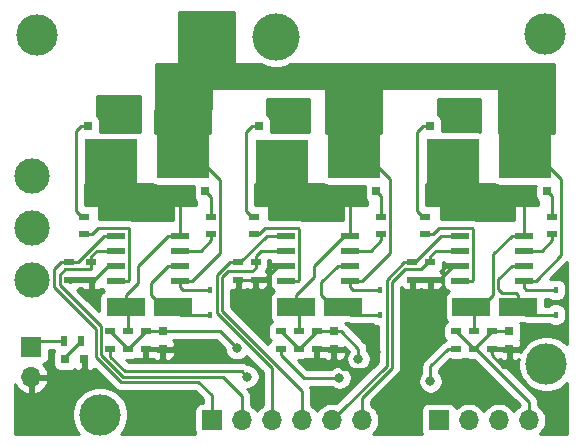
<source format=gbr>
G04 #@! TF.GenerationSoftware,KiCad,Pcbnew,(5.1.5-0-10_14)*
G04 #@! TF.CreationDate,2020-02-25T16:28:57+09:00*
G04 #@! TF.ProjectId,hbldc,68626c64-632e-46b6-9963-61645f706362,rev?*
G04 #@! TF.SameCoordinates,Original*
G04 #@! TF.FileFunction,Copper,L1,Top*
G04 #@! TF.FilePolarity,Positive*
%FSLAX46Y46*%
G04 Gerber Fmt 4.6, Leading zero omitted, Abs format (unit mm)*
G04 Created by KiCad (PCBNEW (5.1.5-0-10_14)) date 2020-02-25 16:28:57*
%MOMM*%
%LPD*%
G04 APERTURE LIST*
%ADD10C,3.500000*%
%ADD11C,3.000000*%
%ADD12R,3.200000X1.500000*%
%ADD13R,0.750000X0.800000*%
%ADD14R,0.450000X0.600000*%
%ADD15R,0.800000X0.800000*%
%ADD16C,4.000500*%
%ADD17O,1.700000X1.700000*%
%ADD18R,1.700000X1.700000*%
%ADD19R,1.550000X1.200000*%
%ADD20R,1.550000X1.600000*%
%ADD21R,4.500000X4.290000*%
%ADD22R,0.700000X0.800000*%
%ADD23R,0.900000X0.500000*%
%ADD24R,0.500000X0.900000*%
%ADD25R,1.550000X0.600000*%
%ADD26C,0.800000*%
%ADD27C,0.250000*%
%ADD28C,0.254000*%
G04 APERTURE END LIST*
D10*
X87820000Y-57730000D03*
X125620000Y-53420000D03*
X125460000Y-25470000D03*
X82510000Y-25550000D03*
D11*
X82030000Y-37490000D03*
D12*
X94000000Y-48600000D03*
X90000000Y-48600000D03*
X104426000Y-48610000D03*
X108426000Y-48610000D03*
X123250000Y-48610000D03*
X119250000Y-48610000D03*
D13*
X93130000Y-50670000D03*
X93130000Y-52170000D03*
X107620000Y-52170000D03*
X107620000Y-50670000D03*
X122470000Y-52170000D03*
X122470000Y-50670000D03*
D14*
X97160000Y-47160000D03*
X97160000Y-49260000D03*
X111540000Y-49290000D03*
X111540000Y-47190000D03*
X126390000Y-47150000D03*
X126390000Y-49250000D03*
D15*
X86500000Y-53000000D03*
X84900000Y-53000000D03*
D16*
X96850000Y-25700000D03*
X102700000Y-25720000D03*
D17*
X110000000Y-58200000D03*
X107460000Y-58200000D03*
X104920000Y-58200000D03*
X102380000Y-58200000D03*
X99840000Y-58200000D03*
D18*
X97300000Y-58200000D03*
D11*
X82030000Y-41910000D03*
X82030000Y-46330000D03*
D17*
X124120000Y-58200000D03*
X121580000Y-58200000D03*
X119040000Y-58200000D03*
D18*
X116500000Y-58200000D03*
D17*
X82000000Y-54540000D03*
D18*
X82000000Y-52000000D03*
D19*
X95930000Y-36800000D03*
X93750000Y-36800000D03*
D20*
X95930000Y-34800000D03*
X93750000Y-34800000D03*
D21*
X94840000Y-35550000D03*
D22*
X92930000Y-33300000D03*
X94200000Y-33300000D03*
X95480000Y-33300000D03*
X96750000Y-33300000D03*
X96750000Y-38800000D03*
X95480000Y-38800000D03*
X94200000Y-38800000D03*
X92930000Y-38800000D03*
X90660000Y-33290000D03*
X89390000Y-33290000D03*
X88110000Y-33290000D03*
X86840000Y-33290000D03*
X86840000Y-38790000D03*
X88110000Y-38790000D03*
X89390000Y-38790000D03*
X90660000Y-38790000D03*
D21*
X88750000Y-36540000D03*
D20*
X89840000Y-37290000D03*
X87660000Y-37290000D03*
D19*
X89840000Y-35290000D03*
X87660000Y-35290000D03*
D22*
X107400000Y-38800000D03*
X108670000Y-38800000D03*
X109950000Y-38800000D03*
X111220000Y-38800000D03*
X111220000Y-33300000D03*
X109950000Y-33300000D03*
X108670000Y-33300000D03*
X107400000Y-33300000D03*
D21*
X109310000Y-35550000D03*
D20*
X108220000Y-34800000D03*
X110400000Y-34800000D03*
D19*
X108220000Y-36800000D03*
X110400000Y-36800000D03*
X102120000Y-35300000D03*
X104300000Y-35300000D03*
D20*
X102120000Y-37300000D03*
X104300000Y-37300000D03*
D21*
X103210000Y-36550000D03*
D22*
X105120000Y-38800000D03*
X103850000Y-38800000D03*
X102570000Y-38800000D03*
X101300000Y-38800000D03*
X101300000Y-33300000D03*
X102570000Y-33300000D03*
X103850000Y-33300000D03*
X105120000Y-33300000D03*
X121860000Y-38800000D03*
X123130000Y-38800000D03*
X124410000Y-38800000D03*
X125680000Y-38800000D03*
X125680000Y-33300000D03*
X124410000Y-33300000D03*
X123130000Y-33300000D03*
X121860000Y-33300000D03*
D21*
X123770000Y-35550000D03*
D20*
X122680000Y-34800000D03*
X124860000Y-34800000D03*
D19*
X122680000Y-36800000D03*
X124860000Y-36800000D03*
X116590000Y-35280000D03*
X118770000Y-35280000D03*
D20*
X116590000Y-37280000D03*
X118770000Y-37280000D03*
D21*
X117680000Y-36530000D03*
D22*
X119590000Y-38780000D03*
X118320000Y-38780000D03*
X117040000Y-38780000D03*
X115770000Y-38780000D03*
X115770000Y-33280000D03*
X117040000Y-33280000D03*
X118320000Y-33280000D03*
X119590000Y-33280000D03*
D23*
X85240000Y-46320000D03*
X85240000Y-44820000D03*
X87100000Y-44820000D03*
X87100000Y-46320000D03*
X99510000Y-46310000D03*
X99510000Y-44810000D03*
X101000000Y-44810000D03*
X101000000Y-46310000D03*
X114260000Y-46320000D03*
X114260000Y-44820000D03*
X115800000Y-44820000D03*
X115800000Y-46320000D03*
X97220000Y-40950000D03*
X97220000Y-42450000D03*
X86480000Y-42450000D03*
X86480000Y-40950000D03*
X111610000Y-42450000D03*
X111610000Y-40950000D03*
X100900000Y-40950000D03*
X100900000Y-42450000D03*
X126100000Y-42450000D03*
X126100000Y-40950000D03*
X115350000Y-40950000D03*
X115350000Y-42450000D03*
X90200000Y-50670000D03*
X90200000Y-52170000D03*
X104640000Y-52170000D03*
X104640000Y-50670000D03*
X119470000Y-50670000D03*
X119470000Y-52170000D03*
X91700000Y-52170000D03*
X91700000Y-50670000D03*
X106160000Y-50670000D03*
X106160000Y-52170000D03*
X88710000Y-52170000D03*
X88710000Y-50670000D03*
X103124000Y-50670000D03*
X103124000Y-52170000D03*
X117950000Y-52170000D03*
X117950000Y-50670000D03*
X121000000Y-52170000D03*
X121000000Y-50670000D03*
D24*
X84750000Y-51500000D03*
X86250000Y-51500000D03*
D25*
X89210000Y-46375000D03*
X89210000Y-45105000D03*
X89210000Y-43835000D03*
X89210000Y-42565000D03*
X94610000Y-42565000D03*
X94610000Y-43835000D03*
X94610000Y-45105000D03*
X94610000Y-46375000D03*
X108990000Y-46375000D03*
X108990000Y-45105000D03*
X108990000Y-43835000D03*
X108990000Y-42565000D03*
X103590000Y-42565000D03*
X103590000Y-43835000D03*
X103590000Y-45105000D03*
X103590000Y-46375000D03*
X118300000Y-46375000D03*
X118300000Y-45105000D03*
X118300000Y-43835000D03*
X118300000Y-42565000D03*
X123700000Y-42565000D03*
X123700000Y-43835000D03*
X123700000Y-45105000D03*
X123700000Y-46375000D03*
D26*
X88690000Y-39950000D03*
X89772500Y-39950000D03*
X90855000Y-39950000D03*
X91937500Y-39950000D03*
X93020000Y-39950000D03*
X93040000Y-40880000D03*
X91957500Y-40880000D03*
X88710000Y-40880000D03*
X89792500Y-40880000D03*
X90875000Y-40880000D03*
X103110000Y-40770000D03*
X105275000Y-40770000D03*
X107440000Y-39840000D03*
X104192500Y-40770000D03*
X106357500Y-40770000D03*
X107440000Y-40770000D03*
X106357500Y-39840000D03*
X103110000Y-39840000D03*
X104192500Y-39840000D03*
X105275000Y-39840000D03*
X121930000Y-40670000D03*
X119745000Y-39740000D03*
X120827500Y-39740000D03*
X121910000Y-39740000D03*
X117580000Y-39740000D03*
X118682500Y-40670000D03*
X120847500Y-40670000D03*
X118662500Y-39740000D03*
X117600000Y-40670000D03*
X119765000Y-40670000D03*
X99400000Y-52100000D03*
X88320000Y-32380000D03*
X90485000Y-32380000D03*
X89402500Y-32380000D03*
X88300000Y-31450000D03*
X89382500Y-31450000D03*
X90465000Y-31450000D03*
X104885000Y-31450000D03*
X103822500Y-32380000D03*
X102740000Y-32380000D03*
X104905000Y-32380000D03*
X103802500Y-31450000D03*
X102720000Y-31450000D03*
X117200000Y-32380000D03*
X118282500Y-32380000D03*
X119345000Y-31450000D03*
X118262500Y-31450000D03*
X117180000Y-31450000D03*
X119365000Y-32380000D03*
X115710000Y-48840000D03*
X122720000Y-53650000D03*
X111230000Y-52440000D03*
X100850000Y-49470000D03*
X96690000Y-52990000D03*
X87360000Y-48000000D03*
X109700000Y-53000000D03*
X108100000Y-54600000D03*
X100300000Y-54500000D03*
X115800000Y-54900000D03*
D27*
X92150000Y-47600000D02*
X93150000Y-48600000D01*
X93150000Y-48600000D02*
X94000000Y-48600000D01*
X93585000Y-45105000D02*
X92150000Y-46540000D01*
X92150000Y-46540000D02*
X92150000Y-47600000D01*
X94610000Y-45105000D02*
X93585000Y-45105000D01*
X94660000Y-49260000D02*
X94000000Y-48600000D01*
X97160000Y-49260000D02*
X94660000Y-49260000D01*
X88110000Y-37740000D02*
X87660000Y-37290000D01*
X88110000Y-38790000D02*
X88110000Y-37740000D01*
X94610000Y-39210000D02*
X94200000Y-38800000D01*
X94610000Y-42565000D02*
X94610000Y-39210000D01*
X93585000Y-42565000D02*
X91030000Y-45120000D01*
X94610000Y-42565000D02*
X93585000Y-42565000D01*
X90000000Y-47600000D02*
X90000000Y-48600000D01*
X91030000Y-46570000D02*
X90000000Y-47600000D01*
X91030000Y-45120000D02*
X91030000Y-46570000D01*
X90200000Y-48800000D02*
X90000000Y-48600000D01*
X90200000Y-50670000D02*
X90200000Y-48800000D01*
X102570000Y-37750000D02*
X102120000Y-37300000D01*
X102570000Y-38800000D02*
X102570000Y-37750000D01*
X108515000Y-42565000D02*
X105930000Y-45150000D01*
X108990000Y-42565000D02*
X108515000Y-42565000D01*
X104426000Y-47610000D02*
X104426000Y-48610000D01*
X105930000Y-46106000D02*
X104426000Y-47610000D01*
X105930000Y-45150000D02*
X105930000Y-46106000D01*
X104640000Y-48824000D02*
X104426000Y-48610000D01*
X104640000Y-50670000D02*
X104640000Y-48824000D01*
X108990000Y-39120000D02*
X108670000Y-38800000D01*
X108990000Y-42565000D02*
X108990000Y-39120000D01*
X107576000Y-48610000D02*
X108426000Y-48610000D01*
X106576000Y-46494000D02*
X106576000Y-47610000D01*
X106576000Y-47610000D02*
X107576000Y-48610000D01*
X107965000Y-45105000D02*
X106576000Y-46494000D01*
X108990000Y-45105000D02*
X107965000Y-45105000D01*
X109106000Y-49290000D02*
X108426000Y-48610000D01*
X111540000Y-49290000D02*
X109106000Y-49290000D01*
X123250000Y-47610000D02*
X123250000Y-48610000D01*
X121900000Y-47410000D02*
X123050000Y-47410000D01*
X121550010Y-46229990D02*
X121550010Y-47060010D01*
X123700000Y-45105000D02*
X122675000Y-45105000D01*
X121550010Y-47060010D02*
X121900000Y-47410000D01*
X123050000Y-47410000D02*
X123250000Y-47610000D01*
X122675000Y-45105000D02*
X121550010Y-46229990D01*
X123890000Y-49250000D02*
X123250000Y-48610000D01*
X126390000Y-49250000D02*
X123890000Y-49250000D01*
X117040000Y-37730000D02*
X116590000Y-37280000D01*
X117040000Y-38780000D02*
X117040000Y-37730000D01*
X123700000Y-39370000D02*
X123130000Y-38800000D01*
X123700000Y-42565000D02*
X123700000Y-39370000D01*
X121100000Y-47610000D02*
X120100000Y-48610000D01*
X121100000Y-44140000D02*
X121100000Y-47610000D01*
X120100000Y-48610000D02*
X119250000Y-48610000D01*
X122675000Y-42565000D02*
X121100000Y-44140000D01*
X123700000Y-42565000D02*
X122675000Y-42565000D01*
X119470000Y-48830000D02*
X119250000Y-48610000D01*
X119470000Y-50670000D02*
X119470000Y-48830000D01*
X90200000Y-52170000D02*
X91700000Y-50670000D01*
X91700000Y-50670000D02*
X93130000Y-50670000D01*
X90200000Y-52160000D02*
X88710000Y-50670000D01*
X90200000Y-52170000D02*
X90200000Y-52160000D01*
X93130000Y-50670000D02*
X97970000Y-50670000D01*
X97970000Y-50670000D02*
X99400000Y-52100000D01*
X91700000Y-52170000D02*
X93130000Y-52170000D01*
X106160000Y-52170000D02*
X107620000Y-52170000D01*
X122470000Y-52170000D02*
X121000000Y-52170000D01*
X83202081Y-54540000D02*
X82000000Y-54540000D01*
X85610000Y-54540000D02*
X83202081Y-54540000D01*
X86500000Y-53650000D02*
X85610000Y-54540000D01*
X86500000Y-53000000D02*
X86500000Y-53650000D01*
X99510000Y-46310000D02*
X101000000Y-46310000D01*
X88515000Y-45105000D02*
X89210000Y-45105000D01*
X87300000Y-46320000D02*
X88515000Y-45105000D01*
X87100000Y-46320000D02*
X87300000Y-46320000D01*
X115710000Y-46410000D02*
X115800000Y-46320000D01*
X115710000Y-48840000D02*
X115710000Y-46410000D01*
X115800000Y-46320000D02*
X114260000Y-46320000D01*
X116500000Y-46320000D02*
X117715000Y-45105000D01*
X117715000Y-45105000D02*
X118300000Y-45105000D01*
X115800000Y-46320000D02*
X116500000Y-46320000D01*
X122154315Y-53650000D02*
X122720000Y-53650000D01*
X121980000Y-53650000D02*
X122154315Y-53650000D01*
X121000000Y-52670000D02*
X121980000Y-53650000D01*
X121000000Y-52170000D02*
X121000000Y-52670000D01*
X111230000Y-53005685D02*
X110335685Y-53900000D01*
X111230000Y-52440000D02*
X111230000Y-53005685D01*
X110335685Y-53900000D02*
X108390000Y-53900000D01*
X107620000Y-53130000D02*
X107620000Y-52170000D01*
X108390000Y-53900000D02*
X107620000Y-53130000D01*
X100850000Y-46460000D02*
X101000000Y-46310000D01*
X100850000Y-49470000D02*
X100850000Y-46460000D01*
X101700000Y-46310000D02*
X102905000Y-45105000D01*
X102905000Y-45105000D02*
X103590000Y-45105000D01*
X101000000Y-46310000D02*
X101700000Y-46310000D01*
X95870000Y-52170000D02*
X96690000Y-52990000D01*
X93130000Y-52170000D02*
X95870000Y-52170000D01*
X86970000Y-46450000D02*
X87100000Y-46320000D01*
X103140000Y-50670000D02*
X104640000Y-52170000D01*
X103124000Y-50670000D02*
X103140000Y-50670000D01*
X104660000Y-52170000D02*
X106160000Y-50670000D01*
X104640000Y-52170000D02*
X104660000Y-52170000D01*
X106160000Y-50670000D02*
X107620000Y-50670000D01*
X109700000Y-52434315D02*
X109700000Y-53000000D01*
X109700000Y-52125000D02*
X109700000Y-52434315D01*
X108245000Y-50670000D02*
X109700000Y-52125000D01*
X107620000Y-50670000D02*
X108245000Y-50670000D01*
X117970000Y-50670000D02*
X119470000Y-52170000D01*
X117950000Y-50670000D02*
X117970000Y-50670000D01*
X119500000Y-52170000D02*
X121000000Y-50670000D01*
X119470000Y-52170000D02*
X119500000Y-52170000D01*
X121000000Y-50670000D02*
X122470000Y-50670000D01*
X119670000Y-52170000D02*
X119470000Y-52170000D01*
X124120000Y-56620000D02*
X119670000Y-52170000D01*
X124120000Y-58200000D02*
X124120000Y-56620000D01*
X94200000Y-34350000D02*
X93750000Y-34800000D01*
X94200000Y-33300000D02*
X94200000Y-34350000D01*
X94845000Y-47160000D02*
X94610000Y-46925000D01*
X94610000Y-46925000D02*
X94610000Y-46375000D01*
X97160000Y-47160000D02*
X94845000Y-47160000D01*
X108990000Y-46925000D02*
X108990000Y-46375000D01*
X109255000Y-47190000D02*
X108990000Y-46925000D01*
X111540000Y-47190000D02*
X109255000Y-47190000D01*
X123700000Y-46925000D02*
X123700000Y-46375000D01*
X123925000Y-47150000D02*
X123700000Y-46925000D01*
X126390000Y-47150000D02*
X123925000Y-47150000D01*
X123130000Y-34350000D02*
X122680000Y-34800000D01*
X123130000Y-33300000D02*
X123130000Y-34350000D01*
X96955000Y-36800000D02*
X95930000Y-36800000D01*
X97995001Y-44014999D02*
X97995001Y-37840001D01*
X95635000Y-46375000D02*
X97995001Y-44014999D01*
X97995001Y-37840001D02*
X96955000Y-36800000D01*
X94610000Y-46375000D02*
X95635000Y-46375000D01*
X110015000Y-46375000D02*
X112385001Y-44004999D01*
X111425000Y-36800000D02*
X110400000Y-36800000D01*
X112385001Y-37760001D02*
X111425000Y-36800000D01*
X112385001Y-44004999D02*
X112385001Y-37760001D01*
X108990000Y-46375000D02*
X110015000Y-46375000D01*
X126875001Y-44224999D02*
X126875001Y-37790001D01*
X125885000Y-36800000D02*
X124860000Y-36800000D01*
X126875001Y-37790001D02*
X125885000Y-36800000D01*
X124725000Y-46375000D02*
X126875001Y-44224999D01*
X123700000Y-46375000D02*
X124725000Y-46375000D01*
X111220000Y-33980000D02*
X110400000Y-34800000D01*
X111220000Y-33300000D02*
X111220000Y-33980000D01*
X84900000Y-52850000D02*
X86250000Y-51500000D01*
X84900000Y-53000000D02*
X84900000Y-52850000D01*
X118300000Y-43835000D02*
X117825000Y-43835000D01*
X110000000Y-56296410D02*
X110000000Y-58200000D01*
X112540011Y-53756399D02*
X110000000Y-56296410D01*
X112540011Y-46476399D02*
X112540011Y-53756399D01*
X113621409Y-45395001D02*
X112540011Y-46476399D01*
X116285000Y-43835000D02*
X117275000Y-43835000D01*
X115800000Y-44320000D02*
X116285000Y-43835000D01*
X117275000Y-43835000D02*
X118300000Y-43835000D01*
X115800000Y-44820000D02*
X115800000Y-44320000D01*
X115600000Y-44820000D02*
X115024999Y-45395001D01*
X115024999Y-45395001D02*
X113621409Y-45395001D01*
X115800000Y-44820000D02*
X115600000Y-44820000D01*
X108309999Y-57350001D02*
X107460000Y-58200000D01*
X112090001Y-53569999D02*
X108309999Y-57350001D01*
X112090001Y-46289999D02*
X112090001Y-53569999D01*
X113560000Y-44820000D02*
X112090001Y-46289999D01*
X114260000Y-44820000D02*
X113560000Y-44820000D01*
X117275000Y-42565000D02*
X118300000Y-42565000D01*
X114460000Y-44820000D02*
X116715000Y-42565000D01*
X116715000Y-42565000D02*
X117275000Y-42565000D01*
X114260000Y-44820000D02*
X114460000Y-44820000D01*
X103590000Y-43835000D02*
X103115000Y-43835000D01*
X101000000Y-45310000D02*
X101000000Y-44810000D01*
X100710000Y-45600000D02*
X101000000Y-45310000D01*
X98160011Y-46096399D02*
X98656410Y-45600000D01*
X98656410Y-45600000D02*
X100710000Y-45600000D01*
X104920000Y-55720000D02*
X98160011Y-48960011D01*
X98160011Y-48960011D02*
X98160011Y-46096399D01*
X104920000Y-58200000D02*
X104920000Y-55720000D01*
X101475000Y-43835000D02*
X101000000Y-44310000D01*
X101000000Y-44310000D02*
X101000000Y-44810000D01*
X103590000Y-43835000D02*
X101475000Y-43835000D01*
X97710001Y-49146411D02*
X102380000Y-53816410D01*
X97710001Y-45909999D02*
X97710001Y-49146411D01*
X102380000Y-53816410D02*
X102380000Y-58200000D01*
X98810000Y-44810000D02*
X97710001Y-45909999D01*
X99510000Y-44810000D02*
X98810000Y-44810000D01*
X99710000Y-44810000D02*
X101955000Y-42565000D01*
X99510000Y-44810000D02*
X99710000Y-44810000D01*
X101955000Y-42565000D02*
X103590000Y-42565000D01*
X89085000Y-43960000D02*
X89210000Y-43835000D01*
X89210000Y-43835000D02*
X88735000Y-43835000D01*
X87100000Y-44320000D02*
X87100000Y-44820000D01*
X87585000Y-43835000D02*
X87100000Y-44320000D01*
X89210000Y-43835000D02*
X87585000Y-43835000D01*
X87100000Y-44820000D02*
X86900000Y-44820000D01*
X87100000Y-45320000D02*
X87100000Y-44820000D01*
X84900000Y-45400000D02*
X87020000Y-45400000D01*
X84400000Y-46765002D02*
X84400000Y-45900000D01*
X86259997Y-48624999D02*
X84400000Y-46765002D01*
X84400000Y-45900000D02*
X84900000Y-45400000D01*
X86324999Y-48624999D02*
X86259997Y-48624999D01*
X87020000Y-45400000D02*
X87100000Y-45320000D01*
X87934999Y-50234999D02*
X86324999Y-48624999D01*
X89754998Y-54500000D02*
X87934999Y-52680001D01*
X99840000Y-56140000D02*
X98200000Y-54500000D01*
X87934999Y-52680001D02*
X87934999Y-50234999D01*
X98200000Y-54500000D02*
X89754998Y-54500000D01*
X99840000Y-58200000D02*
X99840000Y-56140000D01*
X85940000Y-44820000D02*
X88195000Y-42565000D01*
X88195000Y-42565000D02*
X89210000Y-42565000D01*
X85240000Y-44820000D02*
X85940000Y-44820000D01*
X89568598Y-54950010D02*
X96150010Y-54950010D01*
X97300000Y-56100000D02*
X97300000Y-58200000D01*
X96150010Y-54950010D02*
X97300000Y-56100000D01*
X87484989Y-52866401D02*
X89568598Y-54950010D01*
X87484989Y-50486401D02*
X87484989Y-52866401D01*
X83949991Y-46951403D02*
X87484989Y-50486401D01*
X83949990Y-45410010D02*
X83949991Y-46951403D01*
X84540000Y-44820000D02*
X83949990Y-45410010D01*
X85240000Y-44820000D02*
X84540000Y-44820000D01*
X103124000Y-52670000D02*
X105054000Y-54600000D01*
X103124000Y-52170000D02*
X103124000Y-52670000D01*
X105054000Y-54600000D02*
X108100000Y-54600000D01*
X88710000Y-52810000D02*
X89949990Y-54049990D01*
X88710000Y-52170000D02*
X88710000Y-52810000D01*
X89949990Y-54049990D02*
X94600000Y-54049990D01*
X94600000Y-54049990D02*
X97600000Y-54049990D01*
X97600000Y-54049990D02*
X99849990Y-54049990D01*
X99849990Y-54049990D02*
X100300000Y-54500000D01*
X117250000Y-52170000D02*
X115800000Y-53620000D01*
X117950000Y-52170000D02*
X117250000Y-52170000D01*
X115800000Y-53620000D02*
X115800000Y-54900000D01*
X97220000Y-39270000D02*
X96750000Y-38800000D01*
X97220000Y-40950000D02*
X97220000Y-39270000D01*
X86280000Y-40950000D02*
X86480000Y-40950000D01*
X85780000Y-40450000D02*
X86280000Y-40950000D01*
X85780000Y-33750000D02*
X85780000Y-40450000D01*
X86240000Y-33290000D02*
X85780000Y-33750000D01*
X86840000Y-33290000D02*
X86240000Y-33290000D01*
X111610000Y-39190000D02*
X111220000Y-38800000D01*
X111610000Y-40950000D02*
X111610000Y-39190000D01*
X100700000Y-40950000D02*
X100900000Y-40950000D01*
X100200000Y-40450000D02*
X100700000Y-40950000D01*
X100200000Y-33800000D02*
X100200000Y-40450000D01*
X100700000Y-33300000D02*
X100200000Y-33800000D01*
X101300000Y-33300000D02*
X100700000Y-33300000D01*
X126100000Y-39220000D02*
X125680000Y-38800000D01*
X126100000Y-40950000D02*
X126100000Y-39220000D01*
X115150000Y-40950000D02*
X115350000Y-40950000D01*
X114650000Y-33800000D02*
X114650000Y-40450000D01*
X115170000Y-33280000D02*
X114650000Y-33800000D01*
X114650000Y-40450000D02*
X115150000Y-40950000D01*
X115770000Y-33280000D02*
X115170000Y-33280000D01*
X95635000Y-43835000D02*
X94610000Y-43835000D01*
X96335000Y-43835000D02*
X95635000Y-43835000D01*
X97220000Y-42950000D02*
X96335000Y-43835000D01*
X97220000Y-42450000D02*
X97220000Y-42950000D01*
X90235000Y-46375000D02*
X89210000Y-46375000D01*
X90310001Y-46299999D02*
X90235000Y-46375000D01*
X90310001Y-42004999D02*
X90310001Y-46299999D01*
X90245001Y-41939999D02*
X90310001Y-42004999D01*
X87690001Y-41939999D02*
X90245001Y-41939999D01*
X87180000Y-42450000D02*
X87690001Y-41939999D01*
X86480000Y-42450000D02*
X87180000Y-42450000D01*
X111610000Y-42950000D02*
X110725000Y-43835000D01*
X110015000Y-43835000D02*
X108990000Y-43835000D01*
X110725000Y-43835000D02*
X110015000Y-43835000D01*
X111610000Y-42450000D02*
X111610000Y-42950000D01*
X101314000Y-42450000D02*
X100900000Y-42450000D01*
X101824001Y-41939999D02*
X101314000Y-42450000D01*
X103590000Y-46375000D02*
X104615000Y-46375000D01*
X104690001Y-46299999D02*
X104690001Y-42004999D01*
X104625001Y-41939999D02*
X101824001Y-41939999D01*
X104690001Y-42004999D02*
X104625001Y-41939999D01*
X104615000Y-46375000D02*
X104690001Y-46299999D01*
X126100000Y-42950000D02*
X125215000Y-43835000D01*
X124725000Y-43835000D02*
X123700000Y-43835000D01*
X125215000Y-43835000D02*
X124725000Y-43835000D01*
X126100000Y-42450000D02*
X126100000Y-42950000D01*
X119325000Y-46375000D02*
X118300000Y-46375000D01*
X119400001Y-46299999D02*
X119325000Y-46375000D01*
X119400001Y-42004999D02*
X119400001Y-46299999D01*
X119335001Y-41939999D02*
X119400001Y-42004999D01*
X116560001Y-41939999D02*
X119335001Y-41939999D01*
X116050000Y-42450000D02*
X116560001Y-41939999D01*
X115350000Y-42450000D02*
X116050000Y-42450000D01*
X82500000Y-51500000D02*
X82000000Y-52000000D01*
X84750000Y-51500000D02*
X82500000Y-51500000D01*
D28*
G36*
X97165065Y-33902965D02*
G01*
X92519099Y-33902965D01*
X92584935Y-29887000D01*
X97230901Y-29887000D01*
X97165065Y-33902965D01*
G37*
X97165065Y-33902965D02*
X92519099Y-33902965D01*
X92584935Y-29887000D01*
X97230901Y-29887000D01*
X97165065Y-33902965D01*
G36*
X91173000Y-33783906D02*
G01*
X91124482Y-33769188D01*
X91000000Y-33756928D01*
X87821480Y-33756928D01*
X87828072Y-33690000D01*
X87828072Y-32890000D01*
X87815812Y-32765518D01*
X87779502Y-32645820D01*
X87720537Y-32535506D01*
X87641185Y-32438815D01*
X87607000Y-32410760D01*
X87607000Y-30717000D01*
X91173000Y-30717000D01*
X91173000Y-33783906D01*
G37*
X91173000Y-33783906D02*
X91124482Y-33769188D01*
X91000000Y-33756928D01*
X87821480Y-33756928D01*
X87828072Y-33690000D01*
X87828072Y-32890000D01*
X87815812Y-32765518D01*
X87779502Y-32645820D01*
X87720537Y-32535506D01*
X87641185Y-32438815D01*
X87607000Y-32410760D01*
X87607000Y-30717000D01*
X91173000Y-30717000D01*
X91173000Y-33783906D01*
G36*
X92235506Y-38225537D02*
G01*
X92345820Y-38284502D01*
X92465518Y-38320812D01*
X92590000Y-38333072D01*
X95768520Y-38333072D01*
X95761928Y-38400000D01*
X95761928Y-39200000D01*
X95774188Y-39324482D01*
X95810498Y-39444180D01*
X95869463Y-39554494D01*
X95948815Y-39651185D01*
X95973000Y-39671033D01*
X95973000Y-39993000D01*
X86540000Y-39993000D01*
X86540000Y-38177000D01*
X92176363Y-38177000D01*
X92235506Y-38225537D01*
G37*
X92235506Y-38225537D02*
X92345820Y-38284502D01*
X92465518Y-38320812D01*
X92590000Y-38333072D01*
X95768520Y-38333072D01*
X95761928Y-38400000D01*
X95761928Y-39200000D01*
X95774188Y-39324482D01*
X95810498Y-39444180D01*
X95869463Y-39554494D01*
X95948815Y-39651185D01*
X95973000Y-39671033D01*
X95973000Y-39993000D01*
X86540000Y-39993000D01*
X86540000Y-38177000D01*
X92176363Y-38177000D01*
X92235506Y-38225537D01*
G36*
X105520538Y-33772890D02*
G01*
X105460000Y-33766928D01*
X102281480Y-33766928D01*
X102288072Y-33700000D01*
X102288072Y-32900000D01*
X102275812Y-32775518D01*
X102239502Y-32655820D01*
X102180537Y-32545506D01*
X102101185Y-32448815D01*
X102004494Y-32369463D01*
X101940815Y-32335425D01*
X101928219Y-31017000D01*
X105494208Y-31017000D01*
X105520538Y-33772890D01*
G37*
X105520538Y-33772890D02*
X105460000Y-33766928D01*
X102281480Y-33766928D01*
X102288072Y-33700000D01*
X102288072Y-32900000D01*
X102275812Y-32775518D01*
X102239502Y-32655820D01*
X102180537Y-32545506D01*
X102101185Y-32448815D01*
X102004494Y-32369463D01*
X101940815Y-32335425D01*
X101928219Y-31017000D01*
X105494208Y-31017000D01*
X105520538Y-33772890D01*
G36*
X111633000Y-33902965D02*
G01*
X106987000Y-33902965D01*
X106987000Y-29847000D01*
X111633000Y-29847000D01*
X111633000Y-33902965D01*
G37*
X111633000Y-33902965D02*
X106987000Y-33902965D01*
X106987000Y-29847000D01*
X111633000Y-29847000D01*
X111633000Y-33902965D01*
G36*
X120011240Y-33754929D02*
G01*
X119930000Y-33746928D01*
X116751480Y-33746928D01*
X116758072Y-33680000D01*
X116758072Y-32880000D01*
X116745812Y-32755518D01*
X116709502Y-32635820D01*
X116650537Y-32525506D01*
X116571185Y-32428815D01*
X116474494Y-32349463D01*
X116436133Y-32328958D01*
X116427814Y-31027000D01*
X119993809Y-31027000D01*
X120011240Y-33754929D01*
G37*
X120011240Y-33754929D02*
X119930000Y-33746928D01*
X116751480Y-33746928D01*
X116758072Y-33680000D01*
X116758072Y-32880000D01*
X116745812Y-32755518D01*
X116709502Y-32635820D01*
X116650537Y-32525506D01*
X116571185Y-32428815D01*
X116474494Y-32349463D01*
X116436133Y-32328958D01*
X116427814Y-31027000D01*
X119993809Y-31027000D01*
X120011240Y-33754929D01*
G36*
X126227728Y-33902938D02*
G01*
X121581139Y-33902938D01*
X121581139Y-29866715D01*
X126246545Y-29857233D01*
X126227728Y-33902938D01*
G37*
X126227728Y-33902938D02*
X121581139Y-33902938D01*
X121581139Y-29866715D01*
X126246545Y-29857233D01*
X126227728Y-33902938D01*
G36*
X106705506Y-38225537D02*
G01*
X106815820Y-38284502D01*
X106935518Y-38320812D01*
X107060000Y-38333072D01*
X110238520Y-38333072D01*
X110231928Y-38400000D01*
X110231928Y-39200000D01*
X110244188Y-39324482D01*
X110280498Y-39444180D01*
X110339463Y-39554494D01*
X110418815Y-39651185D01*
X110433000Y-39662826D01*
X110433000Y-39993000D01*
X108510000Y-39993000D01*
X108485224Y-39995440D01*
X108461399Y-40002667D01*
X108439443Y-40014403D01*
X108420197Y-40030197D01*
X108404403Y-40049443D01*
X108392667Y-40071399D01*
X108385440Y-40095224D01*
X108383000Y-40120000D01*
X108383000Y-41272804D01*
X104979184Y-41267559D01*
X104917248Y-41234453D01*
X104773987Y-41190996D01*
X104662334Y-41179999D01*
X104662323Y-41179999D01*
X104625001Y-41176323D01*
X104587679Y-41179999D01*
X102147000Y-41179999D01*
X102147000Y-40120000D01*
X102144560Y-40095224D01*
X102137333Y-40071399D01*
X102125597Y-40049443D01*
X102109803Y-40030197D01*
X102090557Y-40014403D01*
X102068601Y-40002667D01*
X102044776Y-39995440D01*
X102020000Y-39993000D01*
X100960000Y-39993000D01*
X100960000Y-38177000D01*
X106646363Y-38177000D01*
X106705506Y-38225537D01*
G37*
X106705506Y-38225537D02*
X106815820Y-38284502D01*
X106935518Y-38320812D01*
X107060000Y-38333072D01*
X110238520Y-38333072D01*
X110231928Y-38400000D01*
X110231928Y-39200000D01*
X110244188Y-39324482D01*
X110280498Y-39444180D01*
X110339463Y-39554494D01*
X110418815Y-39651185D01*
X110433000Y-39662826D01*
X110433000Y-39993000D01*
X108510000Y-39993000D01*
X108485224Y-39995440D01*
X108461399Y-40002667D01*
X108439443Y-40014403D01*
X108420197Y-40030197D01*
X108404403Y-40049443D01*
X108392667Y-40071399D01*
X108385440Y-40095224D01*
X108383000Y-40120000D01*
X108383000Y-41272804D01*
X104979184Y-41267559D01*
X104917248Y-41234453D01*
X104773987Y-41190996D01*
X104662334Y-41179999D01*
X104662323Y-41179999D01*
X104625001Y-41176323D01*
X104587679Y-41179999D01*
X102147000Y-41179999D01*
X102147000Y-40120000D01*
X102144560Y-40095224D01*
X102137333Y-40071399D01*
X102125597Y-40049443D01*
X102109803Y-40030197D01*
X102090557Y-40014403D01*
X102068601Y-40002667D01*
X102044776Y-39995440D01*
X102020000Y-39993000D01*
X100960000Y-39993000D01*
X100960000Y-38177000D01*
X106646363Y-38177000D01*
X106705506Y-38225537D01*
G36*
X121165506Y-38225537D02*
G01*
X121275820Y-38284502D01*
X121395518Y-38320812D01*
X121520000Y-38333072D01*
X124698520Y-38333072D01*
X124691928Y-38400000D01*
X124691928Y-39200000D01*
X124704188Y-39324482D01*
X124740498Y-39444180D01*
X124799463Y-39554494D01*
X124878815Y-39651185D01*
X124903486Y-39671432D01*
X124903486Y-39993000D01*
X123030000Y-39993000D01*
X123005224Y-39995440D01*
X122981399Y-40002667D01*
X122959443Y-40014403D01*
X122940197Y-40030197D01*
X122924403Y-40049443D01*
X122912667Y-40071399D01*
X122905440Y-40095224D01*
X122903000Y-40120000D01*
X122903000Y-41282804D01*
X119708496Y-41277882D01*
X119627248Y-41234453D01*
X119483987Y-41190996D01*
X119372334Y-41179999D01*
X119372323Y-41179999D01*
X119335001Y-41176323D01*
X119297679Y-41179999D01*
X116667000Y-41179999D01*
X116667000Y-40120000D01*
X116664560Y-40095224D01*
X116657333Y-40071399D01*
X116645597Y-40049443D01*
X116629803Y-40030197D01*
X116610557Y-40014403D01*
X116588601Y-40002667D01*
X116564776Y-39995440D01*
X116540000Y-39993000D01*
X115410000Y-39993000D01*
X115410000Y-38177000D01*
X121106363Y-38177000D01*
X121165506Y-38225537D01*
G37*
X121165506Y-38225537D02*
X121275820Y-38284502D01*
X121395518Y-38320812D01*
X121520000Y-38333072D01*
X124698520Y-38333072D01*
X124691928Y-38400000D01*
X124691928Y-39200000D01*
X124704188Y-39324482D01*
X124740498Y-39444180D01*
X124799463Y-39554494D01*
X124878815Y-39651185D01*
X124903486Y-39671432D01*
X124903486Y-39993000D01*
X123030000Y-39993000D01*
X123005224Y-39995440D01*
X122981399Y-40002667D01*
X122959443Y-40014403D01*
X122940197Y-40030197D01*
X122924403Y-40049443D01*
X122912667Y-40071399D01*
X122905440Y-40095224D01*
X122903000Y-40120000D01*
X122903000Y-41282804D01*
X119708496Y-41277882D01*
X119627248Y-41234453D01*
X119483987Y-41190996D01*
X119372334Y-41179999D01*
X119372323Y-41179999D01*
X119335001Y-41176323D01*
X119297679Y-41179999D01*
X116667000Y-41179999D01*
X116667000Y-40120000D01*
X116664560Y-40095224D01*
X116657333Y-40071399D01*
X116645597Y-40049443D01*
X116629803Y-40030197D01*
X116610557Y-40014403D01*
X116588601Y-40002667D01*
X116564776Y-39995440D01*
X116540000Y-39993000D01*
X115410000Y-39993000D01*
X115410000Y-38177000D01*
X121106363Y-38177000D01*
X121165506Y-38225537D01*
G36*
X93983000Y-41282804D02*
G01*
X90618005Y-41277619D01*
X90537248Y-41234453D01*
X90393987Y-41190996D01*
X90282334Y-41179999D01*
X90282323Y-41179999D01*
X90245001Y-41176323D01*
X90207679Y-41179999D01*
X87747000Y-41179999D01*
X87747000Y-39787000D01*
X93983000Y-39787000D01*
X93983000Y-41282804D01*
G37*
X93983000Y-41282804D02*
X90618005Y-41277619D01*
X90537248Y-41234453D01*
X90393987Y-41190996D01*
X90282334Y-41179999D01*
X90282323Y-41179999D01*
X90245001Y-41176323D01*
X90207679Y-41179999D01*
X87747000Y-41179999D01*
X87747000Y-39787000D01*
X93983000Y-39787000D01*
X93983000Y-41282804D01*
G36*
X99203000Y-29703000D02*
G01*
X94477000Y-29703000D01*
X94477000Y-23660000D01*
X99203000Y-23660000D01*
X99203000Y-29703000D01*
G37*
X99203000Y-29703000D02*
X94477000Y-29703000D01*
X94477000Y-23660000D01*
X99203000Y-23660000D01*
X99203000Y-29703000D01*
G36*
X126243000Y-30063000D02*
G01*
X92527000Y-30063000D01*
X92527000Y-28076851D01*
X101478256Y-28066311D01*
X101931326Y-28253979D01*
X102440451Y-28355250D01*
X102959549Y-28355250D01*
X103468674Y-28253979D01*
X103928710Y-28063425D01*
X126243000Y-28037150D01*
X126243000Y-30063000D01*
G37*
X126243000Y-30063000D02*
X92527000Y-30063000D01*
X92527000Y-28076851D01*
X101478256Y-28066311D01*
X101931326Y-28253979D01*
X102440451Y-28355250D01*
X102959549Y-28355250D01*
X103468674Y-28253979D01*
X103928710Y-28063425D01*
X126243000Y-28037150D01*
X126243000Y-30063000D01*
G36*
X116890000Y-44819250D02*
G01*
X117048750Y-44978000D01*
X118173000Y-44978000D01*
X118173000Y-44958000D01*
X118427000Y-44958000D01*
X118427000Y-44978000D01*
X118447000Y-44978000D01*
X118447000Y-45232000D01*
X118427000Y-45232000D01*
X118427000Y-45252000D01*
X118173000Y-45252000D01*
X118173000Y-45232000D01*
X117048750Y-45232000D01*
X116890000Y-45390750D01*
X116886928Y-45405000D01*
X116899188Y-45529482D01*
X116935498Y-45649180D01*
X116984043Y-45740000D01*
X116935498Y-45830820D01*
X116899188Y-45950518D01*
X116886928Y-46075000D01*
X116886928Y-46675000D01*
X116899188Y-46799482D01*
X116935498Y-46919180D01*
X116994463Y-47029494D01*
X117073815Y-47126185D01*
X117170506Y-47205537D01*
X117280820Y-47264502D01*
X117367720Y-47290863D01*
X117295506Y-47329463D01*
X117198815Y-47408815D01*
X117119463Y-47505506D01*
X117060498Y-47615820D01*
X117024188Y-47735518D01*
X117011928Y-47860000D01*
X117011928Y-49360000D01*
X117024188Y-49484482D01*
X117060498Y-49604180D01*
X117119463Y-49714494D01*
X117198815Y-49811185D01*
X117235550Y-49841333D01*
X117145506Y-49889463D01*
X117048815Y-49968815D01*
X116969463Y-50065506D01*
X116910498Y-50175820D01*
X116874188Y-50295518D01*
X116861928Y-50420000D01*
X116861928Y-50920000D01*
X116874188Y-51044482D01*
X116910498Y-51164180D01*
X116969463Y-51274494D01*
X117048815Y-51371185D01*
X117108296Y-51420000D01*
X117107909Y-51420318D01*
X117101014Y-51420997D01*
X116957753Y-51464454D01*
X116825724Y-51535026D01*
X116709999Y-51629999D01*
X116686201Y-51658997D01*
X115289003Y-53056196D01*
X115259999Y-53079999D01*
X115226002Y-53121425D01*
X115165026Y-53195724D01*
X115106630Y-53304974D01*
X115094454Y-53327754D01*
X115050997Y-53471015D01*
X115040000Y-53582668D01*
X115040000Y-53582678D01*
X115036324Y-53620000D01*
X115040000Y-53657323D01*
X115040000Y-54196289D01*
X114996063Y-54240226D01*
X114882795Y-54409744D01*
X114804774Y-54598102D01*
X114765000Y-54798061D01*
X114765000Y-55001939D01*
X114804774Y-55201898D01*
X114882795Y-55390256D01*
X114996063Y-55559774D01*
X115140226Y-55703937D01*
X115309744Y-55817205D01*
X115498102Y-55895226D01*
X115698061Y-55935000D01*
X115901939Y-55935000D01*
X116101898Y-55895226D01*
X116290256Y-55817205D01*
X116459774Y-55703937D01*
X116603937Y-55559774D01*
X116717205Y-55390256D01*
X116795226Y-55201898D01*
X116835000Y-55001939D01*
X116835000Y-54798061D01*
X116795226Y-54598102D01*
X116717205Y-54409744D01*
X116603937Y-54240226D01*
X116560000Y-54196289D01*
X116560000Y-53934801D01*
X117442402Y-53052399D01*
X117500000Y-53058072D01*
X118400000Y-53058072D01*
X118524482Y-53045812D01*
X118644180Y-53009502D01*
X118710000Y-52974320D01*
X118775820Y-53009502D01*
X118895518Y-53045812D01*
X119020000Y-53058072D01*
X119483271Y-53058072D01*
X123352219Y-56927021D01*
X123173368Y-57046525D01*
X122966525Y-57253368D01*
X122850000Y-57427760D01*
X122733475Y-57253368D01*
X122526632Y-57046525D01*
X122283411Y-56884010D01*
X122013158Y-56772068D01*
X121726260Y-56715000D01*
X121433740Y-56715000D01*
X121146842Y-56772068D01*
X120876589Y-56884010D01*
X120633368Y-57046525D01*
X120426525Y-57253368D01*
X120310000Y-57427760D01*
X120193475Y-57253368D01*
X119986632Y-57046525D01*
X119743411Y-56884010D01*
X119473158Y-56772068D01*
X119186260Y-56715000D01*
X118893740Y-56715000D01*
X118606842Y-56772068D01*
X118336589Y-56884010D01*
X118093368Y-57046525D01*
X117961513Y-57178380D01*
X117939502Y-57105820D01*
X117880537Y-56995506D01*
X117801185Y-56898815D01*
X117704494Y-56819463D01*
X117594180Y-56760498D01*
X117474482Y-56724188D01*
X117350000Y-56711928D01*
X115650000Y-56711928D01*
X115525518Y-56724188D01*
X115405820Y-56760498D01*
X115295506Y-56819463D01*
X115198815Y-56898815D01*
X115119463Y-56995506D01*
X115060498Y-57105820D01*
X115024188Y-57225518D01*
X115011928Y-57350000D01*
X115011928Y-59050000D01*
X115024188Y-59174482D01*
X115060498Y-59294180D01*
X115084990Y-59340000D01*
X110960107Y-59340000D01*
X111153475Y-59146632D01*
X111315990Y-58903411D01*
X111427932Y-58633158D01*
X111485000Y-58346260D01*
X111485000Y-58053740D01*
X111427932Y-57766842D01*
X111315990Y-57496589D01*
X111153475Y-57253368D01*
X110946632Y-57046525D01*
X110760000Y-56921822D01*
X110760000Y-56611211D01*
X113051014Y-54320198D01*
X113080012Y-54296400D01*
X113106343Y-54264316D01*
X113174985Y-54180676D01*
X113245557Y-54048646D01*
X113246883Y-54044276D01*
X113289014Y-53905385D01*
X113300011Y-53793732D01*
X113300011Y-53793722D01*
X113303687Y-53756400D01*
X113300011Y-53719077D01*
X113300011Y-46950699D01*
X113368242Y-47030419D01*
X113466553Y-47107755D01*
X113578063Y-47164425D01*
X113698486Y-47198252D01*
X113823195Y-47207936D01*
X113974250Y-47205000D01*
X114133000Y-47046250D01*
X114133000Y-46443000D01*
X114387000Y-46443000D01*
X114387000Y-47046250D01*
X114545750Y-47205000D01*
X114696805Y-47207936D01*
X114821514Y-47198252D01*
X114941937Y-47164425D01*
X115030000Y-47119671D01*
X115118063Y-47164425D01*
X115238486Y-47198252D01*
X115363195Y-47207936D01*
X115514250Y-47205000D01*
X115673000Y-47046250D01*
X115673000Y-46443000D01*
X115927000Y-46443000D01*
X115927000Y-47046250D01*
X116085750Y-47205000D01*
X116236805Y-47207936D01*
X116361514Y-47198252D01*
X116481937Y-47164425D01*
X116593447Y-47107755D01*
X116691758Y-47030419D01*
X116773093Y-46935389D01*
X116834326Y-46826318D01*
X116873104Y-46707397D01*
X116885000Y-46601750D01*
X116726250Y-46443000D01*
X115927000Y-46443000D01*
X115673000Y-46443000D01*
X114387000Y-46443000D01*
X114133000Y-46443000D01*
X114113000Y-46443000D01*
X114113000Y-46197000D01*
X114133000Y-46197000D01*
X114133000Y-46173000D01*
X114387000Y-46173000D01*
X114387000Y-46197000D01*
X115673000Y-46197000D01*
X115673000Y-46173000D01*
X115927000Y-46173000D01*
X115927000Y-46197000D01*
X116726250Y-46197000D01*
X116885000Y-46038250D01*
X116873104Y-45932603D01*
X116834326Y-45813682D01*
X116773093Y-45704611D01*
X116691758Y-45609581D01*
X116641575Y-45570105D01*
X116701185Y-45521185D01*
X116780537Y-45424494D01*
X116839502Y-45314180D01*
X116875812Y-45194482D01*
X116888072Y-45070000D01*
X116888072Y-44810307D01*
X116890000Y-44819250D01*
G37*
X116890000Y-44819250D02*
X117048750Y-44978000D01*
X118173000Y-44978000D01*
X118173000Y-44958000D01*
X118427000Y-44958000D01*
X118427000Y-44978000D01*
X118447000Y-44978000D01*
X118447000Y-45232000D01*
X118427000Y-45232000D01*
X118427000Y-45252000D01*
X118173000Y-45252000D01*
X118173000Y-45232000D01*
X117048750Y-45232000D01*
X116890000Y-45390750D01*
X116886928Y-45405000D01*
X116899188Y-45529482D01*
X116935498Y-45649180D01*
X116984043Y-45740000D01*
X116935498Y-45830820D01*
X116899188Y-45950518D01*
X116886928Y-46075000D01*
X116886928Y-46675000D01*
X116899188Y-46799482D01*
X116935498Y-46919180D01*
X116994463Y-47029494D01*
X117073815Y-47126185D01*
X117170506Y-47205537D01*
X117280820Y-47264502D01*
X117367720Y-47290863D01*
X117295506Y-47329463D01*
X117198815Y-47408815D01*
X117119463Y-47505506D01*
X117060498Y-47615820D01*
X117024188Y-47735518D01*
X117011928Y-47860000D01*
X117011928Y-49360000D01*
X117024188Y-49484482D01*
X117060498Y-49604180D01*
X117119463Y-49714494D01*
X117198815Y-49811185D01*
X117235550Y-49841333D01*
X117145506Y-49889463D01*
X117048815Y-49968815D01*
X116969463Y-50065506D01*
X116910498Y-50175820D01*
X116874188Y-50295518D01*
X116861928Y-50420000D01*
X116861928Y-50920000D01*
X116874188Y-51044482D01*
X116910498Y-51164180D01*
X116969463Y-51274494D01*
X117048815Y-51371185D01*
X117108296Y-51420000D01*
X117107909Y-51420318D01*
X117101014Y-51420997D01*
X116957753Y-51464454D01*
X116825724Y-51535026D01*
X116709999Y-51629999D01*
X116686201Y-51658997D01*
X115289003Y-53056196D01*
X115259999Y-53079999D01*
X115226002Y-53121425D01*
X115165026Y-53195724D01*
X115106630Y-53304974D01*
X115094454Y-53327754D01*
X115050997Y-53471015D01*
X115040000Y-53582668D01*
X115040000Y-53582678D01*
X115036324Y-53620000D01*
X115040000Y-53657323D01*
X115040000Y-54196289D01*
X114996063Y-54240226D01*
X114882795Y-54409744D01*
X114804774Y-54598102D01*
X114765000Y-54798061D01*
X114765000Y-55001939D01*
X114804774Y-55201898D01*
X114882795Y-55390256D01*
X114996063Y-55559774D01*
X115140226Y-55703937D01*
X115309744Y-55817205D01*
X115498102Y-55895226D01*
X115698061Y-55935000D01*
X115901939Y-55935000D01*
X116101898Y-55895226D01*
X116290256Y-55817205D01*
X116459774Y-55703937D01*
X116603937Y-55559774D01*
X116717205Y-55390256D01*
X116795226Y-55201898D01*
X116835000Y-55001939D01*
X116835000Y-54798061D01*
X116795226Y-54598102D01*
X116717205Y-54409744D01*
X116603937Y-54240226D01*
X116560000Y-54196289D01*
X116560000Y-53934801D01*
X117442402Y-53052399D01*
X117500000Y-53058072D01*
X118400000Y-53058072D01*
X118524482Y-53045812D01*
X118644180Y-53009502D01*
X118710000Y-52974320D01*
X118775820Y-53009502D01*
X118895518Y-53045812D01*
X119020000Y-53058072D01*
X119483271Y-53058072D01*
X123352219Y-56927021D01*
X123173368Y-57046525D01*
X122966525Y-57253368D01*
X122850000Y-57427760D01*
X122733475Y-57253368D01*
X122526632Y-57046525D01*
X122283411Y-56884010D01*
X122013158Y-56772068D01*
X121726260Y-56715000D01*
X121433740Y-56715000D01*
X121146842Y-56772068D01*
X120876589Y-56884010D01*
X120633368Y-57046525D01*
X120426525Y-57253368D01*
X120310000Y-57427760D01*
X120193475Y-57253368D01*
X119986632Y-57046525D01*
X119743411Y-56884010D01*
X119473158Y-56772068D01*
X119186260Y-56715000D01*
X118893740Y-56715000D01*
X118606842Y-56772068D01*
X118336589Y-56884010D01*
X118093368Y-57046525D01*
X117961513Y-57178380D01*
X117939502Y-57105820D01*
X117880537Y-56995506D01*
X117801185Y-56898815D01*
X117704494Y-56819463D01*
X117594180Y-56760498D01*
X117474482Y-56724188D01*
X117350000Y-56711928D01*
X115650000Y-56711928D01*
X115525518Y-56724188D01*
X115405820Y-56760498D01*
X115295506Y-56819463D01*
X115198815Y-56898815D01*
X115119463Y-56995506D01*
X115060498Y-57105820D01*
X115024188Y-57225518D01*
X115011928Y-57350000D01*
X115011928Y-59050000D01*
X115024188Y-59174482D01*
X115060498Y-59294180D01*
X115084990Y-59340000D01*
X110960107Y-59340000D01*
X111153475Y-59146632D01*
X111315990Y-58903411D01*
X111427932Y-58633158D01*
X111485000Y-58346260D01*
X111485000Y-58053740D01*
X111427932Y-57766842D01*
X111315990Y-57496589D01*
X111153475Y-57253368D01*
X110946632Y-57046525D01*
X110760000Y-56921822D01*
X110760000Y-56611211D01*
X113051014Y-54320198D01*
X113080012Y-54296400D01*
X113106343Y-54264316D01*
X113174985Y-54180676D01*
X113245557Y-54048646D01*
X113246883Y-54044276D01*
X113289014Y-53905385D01*
X113300011Y-53793732D01*
X113300011Y-53793722D01*
X113303687Y-53756400D01*
X113300011Y-53719077D01*
X113300011Y-46950699D01*
X113368242Y-47030419D01*
X113466553Y-47107755D01*
X113578063Y-47164425D01*
X113698486Y-47198252D01*
X113823195Y-47207936D01*
X113974250Y-47205000D01*
X114133000Y-47046250D01*
X114133000Y-46443000D01*
X114387000Y-46443000D01*
X114387000Y-47046250D01*
X114545750Y-47205000D01*
X114696805Y-47207936D01*
X114821514Y-47198252D01*
X114941937Y-47164425D01*
X115030000Y-47119671D01*
X115118063Y-47164425D01*
X115238486Y-47198252D01*
X115363195Y-47207936D01*
X115514250Y-47205000D01*
X115673000Y-47046250D01*
X115673000Y-46443000D01*
X115927000Y-46443000D01*
X115927000Y-47046250D01*
X116085750Y-47205000D01*
X116236805Y-47207936D01*
X116361514Y-47198252D01*
X116481937Y-47164425D01*
X116593447Y-47107755D01*
X116691758Y-47030419D01*
X116773093Y-46935389D01*
X116834326Y-46826318D01*
X116873104Y-46707397D01*
X116885000Y-46601750D01*
X116726250Y-46443000D01*
X115927000Y-46443000D01*
X115673000Y-46443000D01*
X114387000Y-46443000D01*
X114133000Y-46443000D01*
X114113000Y-46443000D01*
X114113000Y-46197000D01*
X114133000Y-46197000D01*
X114133000Y-46173000D01*
X114387000Y-46173000D01*
X114387000Y-46197000D01*
X115673000Y-46197000D01*
X115673000Y-46173000D01*
X115927000Y-46173000D01*
X115927000Y-46197000D01*
X116726250Y-46197000D01*
X116885000Y-46038250D01*
X116873104Y-45932603D01*
X116834326Y-45813682D01*
X116773093Y-45704611D01*
X116691758Y-45609581D01*
X116641575Y-45570105D01*
X116701185Y-45521185D01*
X116780537Y-45424494D01*
X116839502Y-45314180D01*
X116875812Y-45194482D01*
X116888072Y-45070000D01*
X116888072Y-44810307D01*
X116890000Y-44819250D01*
G36*
X127340000Y-51767101D02*
G01*
X127140349Y-51567450D01*
X126749721Y-51306440D01*
X126315679Y-51126654D01*
X125854902Y-51035000D01*
X125385098Y-51035000D01*
X124924321Y-51126654D01*
X124490279Y-51306440D01*
X124099651Y-51567450D01*
X123767450Y-51899651D01*
X123506440Y-52290279D01*
X123450231Y-52425981D01*
X123321250Y-52297000D01*
X122597000Y-52297000D01*
X122597000Y-53046250D01*
X122755750Y-53205000D01*
X122845000Y-53208072D01*
X122969482Y-53195812D01*
X123089180Y-53159502D01*
X123199494Y-53100537D01*
X123262028Y-53049216D01*
X123235000Y-53185098D01*
X123235000Y-53654902D01*
X123326654Y-54115679D01*
X123506440Y-54549721D01*
X123767450Y-54940349D01*
X124099651Y-55272550D01*
X124490279Y-55533560D01*
X124924321Y-55713346D01*
X125385098Y-55805000D01*
X125854902Y-55805000D01*
X126315679Y-55713346D01*
X126749721Y-55533560D01*
X127140349Y-55272550D01*
X127340000Y-55072899D01*
X127340000Y-59340000D01*
X125080107Y-59340000D01*
X125273475Y-59146632D01*
X125435990Y-58903411D01*
X125547932Y-58633158D01*
X125605000Y-58346260D01*
X125605000Y-58053740D01*
X125547932Y-57766842D01*
X125435990Y-57496589D01*
X125273475Y-57253368D01*
X125066632Y-57046525D01*
X124880000Y-56921822D01*
X124880000Y-56657322D01*
X124883676Y-56619999D01*
X124880000Y-56582676D01*
X124880000Y-56582667D01*
X124869003Y-56471014D01*
X124825546Y-56327753D01*
X124754974Y-56195724D01*
X124660001Y-56079999D01*
X124631003Y-56056201D01*
X121609558Y-53034756D01*
X121647399Y-53024127D01*
X121740506Y-53100537D01*
X121850820Y-53159502D01*
X121970518Y-53195812D01*
X122095000Y-53208072D01*
X122184250Y-53205000D01*
X122343000Y-53046250D01*
X122343000Y-52297000D01*
X121930250Y-52297000D01*
X121926250Y-52293000D01*
X121127000Y-52293000D01*
X121127000Y-52317000D01*
X120891801Y-52317000D01*
X120873000Y-52298199D01*
X120873000Y-52293000D01*
X120867801Y-52293000D01*
X120853000Y-52278199D01*
X120853000Y-52047000D01*
X120873000Y-52047000D01*
X120873000Y-52023000D01*
X121127000Y-52023000D01*
X121127000Y-52047000D01*
X121926250Y-52047000D01*
X121930250Y-52043000D01*
X122343000Y-52043000D01*
X122343000Y-52023000D01*
X122597000Y-52023000D01*
X122597000Y-52043000D01*
X123321250Y-52043000D01*
X123480000Y-51884250D01*
X123483072Y-51770000D01*
X123470812Y-51645518D01*
X123434502Y-51525820D01*
X123377939Y-51420000D01*
X123434502Y-51314180D01*
X123470812Y-51194482D01*
X123483072Y-51070000D01*
X123483072Y-50270000D01*
X123470812Y-50145518D01*
X123434502Y-50025820D01*
X123419670Y-49998072D01*
X123737945Y-49998072D01*
X123741014Y-49999003D01*
X123852667Y-50010000D01*
X123852675Y-50010000D01*
X123890000Y-50013676D01*
X123927325Y-50010000D01*
X125724556Y-50010000D01*
X125810506Y-50080537D01*
X125920820Y-50139502D01*
X126040518Y-50175812D01*
X126165000Y-50188072D01*
X126615000Y-50188072D01*
X126739482Y-50175812D01*
X126859180Y-50139502D01*
X126969494Y-50080537D01*
X127066185Y-50001185D01*
X127145537Y-49904494D01*
X127204502Y-49794180D01*
X127240812Y-49674482D01*
X127253072Y-49550000D01*
X127253072Y-48950000D01*
X127240812Y-48825518D01*
X127204502Y-48705820D01*
X127145537Y-48595506D01*
X127066185Y-48498815D01*
X126969494Y-48419463D01*
X126859180Y-48360498D01*
X126739482Y-48324188D01*
X126615000Y-48311928D01*
X126165000Y-48311928D01*
X126040518Y-48324188D01*
X125920820Y-48360498D01*
X125810506Y-48419463D01*
X125724556Y-48490000D01*
X125488072Y-48490000D01*
X125488072Y-47910000D01*
X125724556Y-47910000D01*
X125810506Y-47980537D01*
X125920820Y-48039502D01*
X126040518Y-48075812D01*
X126165000Y-48088072D01*
X126615000Y-48088072D01*
X126739482Y-48075812D01*
X126859180Y-48039502D01*
X126969494Y-47980537D01*
X127066185Y-47901185D01*
X127145537Y-47804494D01*
X127204502Y-47694180D01*
X127240812Y-47574482D01*
X127253072Y-47450000D01*
X127253072Y-46850000D01*
X127240812Y-46725518D01*
X127204502Y-46605820D01*
X127145537Y-46495506D01*
X127066185Y-46398815D01*
X126969494Y-46319463D01*
X126859180Y-46260498D01*
X126739482Y-46224188D01*
X126615000Y-46211928D01*
X126165000Y-46211928D01*
X126040518Y-46224188D01*
X125920820Y-46260498D01*
X125906820Y-46267981D01*
X127340000Y-44834802D01*
X127340000Y-51767101D01*
G37*
X127340000Y-51767101D02*
X127140349Y-51567450D01*
X126749721Y-51306440D01*
X126315679Y-51126654D01*
X125854902Y-51035000D01*
X125385098Y-51035000D01*
X124924321Y-51126654D01*
X124490279Y-51306440D01*
X124099651Y-51567450D01*
X123767450Y-51899651D01*
X123506440Y-52290279D01*
X123450231Y-52425981D01*
X123321250Y-52297000D01*
X122597000Y-52297000D01*
X122597000Y-53046250D01*
X122755750Y-53205000D01*
X122845000Y-53208072D01*
X122969482Y-53195812D01*
X123089180Y-53159502D01*
X123199494Y-53100537D01*
X123262028Y-53049216D01*
X123235000Y-53185098D01*
X123235000Y-53654902D01*
X123326654Y-54115679D01*
X123506440Y-54549721D01*
X123767450Y-54940349D01*
X124099651Y-55272550D01*
X124490279Y-55533560D01*
X124924321Y-55713346D01*
X125385098Y-55805000D01*
X125854902Y-55805000D01*
X126315679Y-55713346D01*
X126749721Y-55533560D01*
X127140349Y-55272550D01*
X127340000Y-55072899D01*
X127340000Y-59340000D01*
X125080107Y-59340000D01*
X125273475Y-59146632D01*
X125435990Y-58903411D01*
X125547932Y-58633158D01*
X125605000Y-58346260D01*
X125605000Y-58053740D01*
X125547932Y-57766842D01*
X125435990Y-57496589D01*
X125273475Y-57253368D01*
X125066632Y-57046525D01*
X124880000Y-56921822D01*
X124880000Y-56657322D01*
X124883676Y-56619999D01*
X124880000Y-56582676D01*
X124880000Y-56582667D01*
X124869003Y-56471014D01*
X124825546Y-56327753D01*
X124754974Y-56195724D01*
X124660001Y-56079999D01*
X124631003Y-56056201D01*
X121609558Y-53034756D01*
X121647399Y-53024127D01*
X121740506Y-53100537D01*
X121850820Y-53159502D01*
X121970518Y-53195812D01*
X122095000Y-53208072D01*
X122184250Y-53205000D01*
X122343000Y-53046250D01*
X122343000Y-52297000D01*
X121930250Y-52297000D01*
X121926250Y-52293000D01*
X121127000Y-52293000D01*
X121127000Y-52317000D01*
X120891801Y-52317000D01*
X120873000Y-52298199D01*
X120873000Y-52293000D01*
X120867801Y-52293000D01*
X120853000Y-52278199D01*
X120853000Y-52047000D01*
X120873000Y-52047000D01*
X120873000Y-52023000D01*
X121127000Y-52023000D01*
X121127000Y-52047000D01*
X121926250Y-52047000D01*
X121930250Y-52043000D01*
X122343000Y-52043000D01*
X122343000Y-52023000D01*
X122597000Y-52023000D01*
X122597000Y-52043000D01*
X123321250Y-52043000D01*
X123480000Y-51884250D01*
X123483072Y-51770000D01*
X123470812Y-51645518D01*
X123434502Y-51525820D01*
X123377939Y-51420000D01*
X123434502Y-51314180D01*
X123470812Y-51194482D01*
X123483072Y-51070000D01*
X123483072Y-50270000D01*
X123470812Y-50145518D01*
X123434502Y-50025820D01*
X123419670Y-49998072D01*
X123737945Y-49998072D01*
X123741014Y-49999003D01*
X123852667Y-50010000D01*
X123852675Y-50010000D01*
X123890000Y-50013676D01*
X123927325Y-50010000D01*
X125724556Y-50010000D01*
X125810506Y-50080537D01*
X125920820Y-50139502D01*
X126040518Y-50175812D01*
X126165000Y-50188072D01*
X126615000Y-50188072D01*
X126739482Y-50175812D01*
X126859180Y-50139502D01*
X126969494Y-50080537D01*
X127066185Y-50001185D01*
X127145537Y-49904494D01*
X127204502Y-49794180D01*
X127240812Y-49674482D01*
X127253072Y-49550000D01*
X127253072Y-48950000D01*
X127240812Y-48825518D01*
X127204502Y-48705820D01*
X127145537Y-48595506D01*
X127066185Y-48498815D01*
X126969494Y-48419463D01*
X126859180Y-48360498D01*
X126739482Y-48324188D01*
X126615000Y-48311928D01*
X126165000Y-48311928D01*
X126040518Y-48324188D01*
X125920820Y-48360498D01*
X125810506Y-48419463D01*
X125724556Y-48490000D01*
X125488072Y-48490000D01*
X125488072Y-47910000D01*
X125724556Y-47910000D01*
X125810506Y-47980537D01*
X125920820Y-48039502D01*
X126040518Y-48075812D01*
X126165000Y-48088072D01*
X126615000Y-48088072D01*
X126739482Y-48075812D01*
X126859180Y-48039502D01*
X126969494Y-47980537D01*
X127066185Y-47901185D01*
X127145537Y-47804494D01*
X127204502Y-47694180D01*
X127240812Y-47574482D01*
X127253072Y-47450000D01*
X127253072Y-46850000D01*
X127240812Y-46725518D01*
X127204502Y-46605820D01*
X127145537Y-46495506D01*
X127066185Y-46398815D01*
X126969494Y-46319463D01*
X126859180Y-46260498D01*
X126739482Y-46224188D01*
X126615000Y-46211928D01*
X126165000Y-46211928D01*
X126040518Y-46224188D01*
X125920820Y-46260498D01*
X125906820Y-46267981D01*
X127340000Y-44834802D01*
X127340000Y-51767101D01*
G36*
X83953698Y-52275000D02*
G01*
X83910498Y-52355820D01*
X83874188Y-52475518D01*
X83861928Y-52600000D01*
X83861928Y-53400000D01*
X83874188Y-53524482D01*
X83910498Y-53644180D01*
X83969463Y-53754494D01*
X84048815Y-53851185D01*
X84145506Y-53930537D01*
X84255820Y-53989502D01*
X84375518Y-54025812D01*
X84500000Y-54038072D01*
X85300000Y-54038072D01*
X85424482Y-54025812D01*
X85544180Y-53989502D01*
X85654494Y-53930537D01*
X85700000Y-53893191D01*
X85745506Y-53930537D01*
X85855820Y-53989502D01*
X85975518Y-54025812D01*
X86100000Y-54038072D01*
X86214250Y-54035000D01*
X86373000Y-53876250D01*
X86373000Y-53127000D01*
X86353000Y-53127000D01*
X86353000Y-52873000D01*
X86373000Y-52873000D01*
X86373000Y-52853000D01*
X86627000Y-52853000D01*
X86627000Y-52873000D01*
X86647000Y-52873000D01*
X86647000Y-53127000D01*
X86627000Y-53127000D01*
X86627000Y-53876250D01*
X86785750Y-54035000D01*
X86900000Y-54038072D01*
X87024482Y-54025812D01*
X87144180Y-53989502D01*
X87254494Y-53930537D01*
X87351185Y-53851185D01*
X87370922Y-53827135D01*
X89004798Y-55461012D01*
X89028597Y-55490011D01*
X89057595Y-55513809D01*
X89144321Y-55584984D01*
X89182790Y-55605546D01*
X89276351Y-55655556D01*
X89419612Y-55699013D01*
X89531265Y-55710010D01*
X89531274Y-55710010D01*
X89568597Y-55713686D01*
X89605920Y-55710010D01*
X95835209Y-55710010D01*
X96540000Y-56414803D01*
X96540000Y-56711928D01*
X96450000Y-56711928D01*
X96325518Y-56724188D01*
X96205820Y-56760498D01*
X96095506Y-56819463D01*
X95998815Y-56898815D01*
X95919463Y-56995506D01*
X95860498Y-57105820D01*
X95824188Y-57225518D01*
X95811928Y-57350000D01*
X95811928Y-59050000D01*
X95824188Y-59174482D01*
X95860498Y-59294180D01*
X95884990Y-59340000D01*
X89582899Y-59340000D01*
X89672550Y-59250349D01*
X89933560Y-58859721D01*
X90113346Y-58425679D01*
X90205000Y-57964902D01*
X90205000Y-57495098D01*
X90113346Y-57034321D01*
X89933560Y-56600279D01*
X89672550Y-56209651D01*
X89340349Y-55877450D01*
X88949721Y-55616440D01*
X88515679Y-55436654D01*
X88054902Y-55345000D01*
X87585098Y-55345000D01*
X87124321Y-55436654D01*
X86690279Y-55616440D01*
X86299651Y-55877450D01*
X85967450Y-56209651D01*
X85706440Y-56600279D01*
X85526654Y-57034321D01*
X85435000Y-57495098D01*
X85435000Y-57964902D01*
X85526654Y-58425679D01*
X85706440Y-58859721D01*
X85967450Y-59250349D01*
X86057101Y-59340000D01*
X80660000Y-59340000D01*
X80660000Y-55163402D01*
X80728359Y-55306920D01*
X80902412Y-55540269D01*
X81118645Y-55735178D01*
X81368748Y-55884157D01*
X81643109Y-55981481D01*
X81873000Y-55860814D01*
X81873000Y-54667000D01*
X82127000Y-54667000D01*
X82127000Y-55860814D01*
X82356891Y-55981481D01*
X82631252Y-55884157D01*
X82881355Y-55735178D01*
X83097588Y-55540269D01*
X83271641Y-55306920D01*
X83396825Y-55044099D01*
X83441476Y-54896890D01*
X83320155Y-54667000D01*
X82127000Y-54667000D01*
X81873000Y-54667000D01*
X81853000Y-54667000D01*
X81853000Y-54413000D01*
X81873000Y-54413000D01*
X81873000Y-54393000D01*
X82127000Y-54393000D01*
X82127000Y-54413000D01*
X83320155Y-54413000D01*
X83441476Y-54183110D01*
X83396825Y-54035901D01*
X83271641Y-53773080D01*
X83097588Y-53539731D01*
X83013534Y-53463966D01*
X83094180Y-53439502D01*
X83204494Y-53380537D01*
X83301185Y-53301185D01*
X83380537Y-53204494D01*
X83439502Y-53094180D01*
X83475812Y-52974482D01*
X83488072Y-52850000D01*
X83488072Y-52260000D01*
X83945680Y-52260000D01*
X83953698Y-52275000D01*
G37*
X83953698Y-52275000D02*
X83910498Y-52355820D01*
X83874188Y-52475518D01*
X83861928Y-52600000D01*
X83861928Y-53400000D01*
X83874188Y-53524482D01*
X83910498Y-53644180D01*
X83969463Y-53754494D01*
X84048815Y-53851185D01*
X84145506Y-53930537D01*
X84255820Y-53989502D01*
X84375518Y-54025812D01*
X84500000Y-54038072D01*
X85300000Y-54038072D01*
X85424482Y-54025812D01*
X85544180Y-53989502D01*
X85654494Y-53930537D01*
X85700000Y-53893191D01*
X85745506Y-53930537D01*
X85855820Y-53989502D01*
X85975518Y-54025812D01*
X86100000Y-54038072D01*
X86214250Y-54035000D01*
X86373000Y-53876250D01*
X86373000Y-53127000D01*
X86353000Y-53127000D01*
X86353000Y-52873000D01*
X86373000Y-52873000D01*
X86373000Y-52853000D01*
X86627000Y-52853000D01*
X86627000Y-52873000D01*
X86647000Y-52873000D01*
X86647000Y-53127000D01*
X86627000Y-53127000D01*
X86627000Y-53876250D01*
X86785750Y-54035000D01*
X86900000Y-54038072D01*
X87024482Y-54025812D01*
X87144180Y-53989502D01*
X87254494Y-53930537D01*
X87351185Y-53851185D01*
X87370922Y-53827135D01*
X89004798Y-55461012D01*
X89028597Y-55490011D01*
X89057595Y-55513809D01*
X89144321Y-55584984D01*
X89182790Y-55605546D01*
X89276351Y-55655556D01*
X89419612Y-55699013D01*
X89531265Y-55710010D01*
X89531274Y-55710010D01*
X89568597Y-55713686D01*
X89605920Y-55710010D01*
X95835209Y-55710010D01*
X96540000Y-56414803D01*
X96540000Y-56711928D01*
X96450000Y-56711928D01*
X96325518Y-56724188D01*
X96205820Y-56760498D01*
X96095506Y-56819463D01*
X95998815Y-56898815D01*
X95919463Y-56995506D01*
X95860498Y-57105820D01*
X95824188Y-57225518D01*
X95811928Y-57350000D01*
X95811928Y-59050000D01*
X95824188Y-59174482D01*
X95860498Y-59294180D01*
X95884990Y-59340000D01*
X89582899Y-59340000D01*
X89672550Y-59250349D01*
X89933560Y-58859721D01*
X90113346Y-58425679D01*
X90205000Y-57964902D01*
X90205000Y-57495098D01*
X90113346Y-57034321D01*
X89933560Y-56600279D01*
X89672550Y-56209651D01*
X89340349Y-55877450D01*
X88949721Y-55616440D01*
X88515679Y-55436654D01*
X88054902Y-55345000D01*
X87585098Y-55345000D01*
X87124321Y-55436654D01*
X86690279Y-55616440D01*
X86299651Y-55877450D01*
X85967450Y-56209651D01*
X85706440Y-56600279D01*
X85526654Y-57034321D01*
X85435000Y-57495098D01*
X85435000Y-57964902D01*
X85526654Y-58425679D01*
X85706440Y-58859721D01*
X85967450Y-59250349D01*
X86057101Y-59340000D01*
X80660000Y-59340000D01*
X80660000Y-55163402D01*
X80728359Y-55306920D01*
X80902412Y-55540269D01*
X81118645Y-55735178D01*
X81368748Y-55884157D01*
X81643109Y-55981481D01*
X81873000Y-55860814D01*
X81873000Y-54667000D01*
X82127000Y-54667000D01*
X82127000Y-55860814D01*
X82356891Y-55981481D01*
X82631252Y-55884157D01*
X82881355Y-55735178D01*
X83097588Y-55540269D01*
X83271641Y-55306920D01*
X83396825Y-55044099D01*
X83441476Y-54896890D01*
X83320155Y-54667000D01*
X82127000Y-54667000D01*
X81873000Y-54667000D01*
X81853000Y-54667000D01*
X81853000Y-54413000D01*
X81873000Y-54413000D01*
X81873000Y-54393000D01*
X82127000Y-54393000D01*
X82127000Y-54413000D01*
X83320155Y-54413000D01*
X83441476Y-54183110D01*
X83396825Y-54035901D01*
X83271641Y-53773080D01*
X83097588Y-53539731D01*
X83013534Y-53463966D01*
X83094180Y-53439502D01*
X83204494Y-53380537D01*
X83301185Y-53301185D01*
X83380537Y-53204494D01*
X83439502Y-53094180D01*
X83475812Y-52974482D01*
X83488072Y-52850000D01*
X83488072Y-52260000D01*
X83945680Y-52260000D01*
X83953698Y-52275000D01*
G36*
X108957014Y-50039003D02*
G01*
X109068667Y-50050000D01*
X109068676Y-50050000D01*
X109105999Y-50053676D01*
X109143322Y-50050000D01*
X110874556Y-50050000D01*
X110960506Y-50120537D01*
X111070820Y-50179502D01*
X111190518Y-50215812D01*
X111315000Y-50228072D01*
X111330002Y-50228072D01*
X111330002Y-53255196D01*
X107826408Y-56758791D01*
X107606260Y-56715000D01*
X107313740Y-56715000D01*
X107026842Y-56772068D01*
X106756589Y-56884010D01*
X106513368Y-57046525D01*
X106306525Y-57253368D01*
X106190000Y-57427760D01*
X106073475Y-57253368D01*
X105866632Y-57046525D01*
X105680000Y-56921822D01*
X105680000Y-55757322D01*
X105683676Y-55719999D01*
X105680000Y-55682676D01*
X105680000Y-55682667D01*
X105669003Y-55571014D01*
X105625546Y-55427753D01*
X105589331Y-55360000D01*
X107396289Y-55360000D01*
X107440226Y-55403937D01*
X107609744Y-55517205D01*
X107798102Y-55595226D01*
X107998061Y-55635000D01*
X108201939Y-55635000D01*
X108401898Y-55595226D01*
X108590256Y-55517205D01*
X108759774Y-55403937D01*
X108903937Y-55259774D01*
X109017205Y-55090256D01*
X109095226Y-54901898D01*
X109135000Y-54701939D01*
X109135000Y-54498061D01*
X109095226Y-54298102D01*
X109017205Y-54109744D01*
X108903937Y-53940226D01*
X108759774Y-53796063D01*
X108590256Y-53682795D01*
X108401898Y-53604774D01*
X108201939Y-53565000D01*
X107998061Y-53565000D01*
X107798102Y-53604774D01*
X107609744Y-53682795D01*
X107440226Y-53796063D01*
X107396289Y-53840000D01*
X105368802Y-53840000D01*
X104586873Y-53058072D01*
X105090000Y-53058072D01*
X105214482Y-53045812D01*
X105334180Y-53009502D01*
X105399585Y-52974542D01*
X105478063Y-53014425D01*
X105598486Y-53048252D01*
X105723195Y-53057936D01*
X105874250Y-53055000D01*
X106033000Y-52896250D01*
X106033000Y-52293000D01*
X106287000Y-52293000D01*
X106287000Y-52896250D01*
X106445750Y-53055000D01*
X106596805Y-53057936D01*
X106721514Y-53048252D01*
X106799949Y-53026219D01*
X106890506Y-53100537D01*
X107000820Y-53159502D01*
X107120518Y-53195812D01*
X107245000Y-53208072D01*
X107334250Y-53205000D01*
X107493000Y-53046250D01*
X107493000Y-52297000D01*
X107747000Y-52297000D01*
X107747000Y-53046250D01*
X107905750Y-53205000D01*
X107995000Y-53208072D01*
X108119482Y-53195812D01*
X108239180Y-53159502D01*
X108349494Y-53100537D01*
X108446185Y-53021185D01*
X108525537Y-52924494D01*
X108584502Y-52814180D01*
X108620812Y-52694482D01*
X108633072Y-52570000D01*
X108630000Y-52455750D01*
X108471250Y-52297000D01*
X107747000Y-52297000D01*
X107493000Y-52297000D01*
X107090250Y-52297000D01*
X107086250Y-52293000D01*
X106287000Y-52293000D01*
X106033000Y-52293000D01*
X106013000Y-52293000D01*
X106013000Y-52047000D01*
X106033000Y-52047000D01*
X106033000Y-52023000D01*
X106287000Y-52023000D01*
X106287000Y-52047000D01*
X107086250Y-52047000D01*
X107090250Y-52043000D01*
X107493000Y-52043000D01*
X107493000Y-52023000D01*
X107747000Y-52023000D01*
X107747000Y-52043000D01*
X108471250Y-52043000D01*
X108507224Y-52007026D01*
X108873777Y-52373579D01*
X108782795Y-52509744D01*
X108704774Y-52698102D01*
X108665000Y-52898061D01*
X108665000Y-53101939D01*
X108704774Y-53301898D01*
X108782795Y-53490256D01*
X108896063Y-53659774D01*
X109040226Y-53803937D01*
X109209744Y-53917205D01*
X109398102Y-53995226D01*
X109598061Y-54035000D01*
X109801939Y-54035000D01*
X110001898Y-53995226D01*
X110190256Y-53917205D01*
X110359774Y-53803937D01*
X110503937Y-53659774D01*
X110617205Y-53490256D01*
X110695226Y-53301898D01*
X110735000Y-53101939D01*
X110735000Y-52898061D01*
X110695226Y-52698102D01*
X110617205Y-52509744D01*
X110503937Y-52340226D01*
X110460000Y-52296289D01*
X110460000Y-52162325D01*
X110463676Y-52125000D01*
X110460000Y-52087675D01*
X110460000Y-52087667D01*
X110449003Y-51976014D01*
X110405546Y-51832753D01*
X110334974Y-51700724D01*
X110240001Y-51584999D01*
X110211004Y-51561202D01*
X108808804Y-50159003D01*
X108785001Y-50129999D01*
X108669276Y-50035026D01*
X108600141Y-49998072D01*
X108822080Y-49998072D01*
X108957014Y-50039003D01*
G37*
X108957014Y-50039003D02*
X109068667Y-50050000D01*
X109068676Y-50050000D01*
X109105999Y-50053676D01*
X109143322Y-50050000D01*
X110874556Y-50050000D01*
X110960506Y-50120537D01*
X111070820Y-50179502D01*
X111190518Y-50215812D01*
X111315000Y-50228072D01*
X111330002Y-50228072D01*
X111330002Y-53255196D01*
X107826408Y-56758791D01*
X107606260Y-56715000D01*
X107313740Y-56715000D01*
X107026842Y-56772068D01*
X106756589Y-56884010D01*
X106513368Y-57046525D01*
X106306525Y-57253368D01*
X106190000Y-57427760D01*
X106073475Y-57253368D01*
X105866632Y-57046525D01*
X105680000Y-56921822D01*
X105680000Y-55757322D01*
X105683676Y-55719999D01*
X105680000Y-55682676D01*
X105680000Y-55682667D01*
X105669003Y-55571014D01*
X105625546Y-55427753D01*
X105589331Y-55360000D01*
X107396289Y-55360000D01*
X107440226Y-55403937D01*
X107609744Y-55517205D01*
X107798102Y-55595226D01*
X107998061Y-55635000D01*
X108201939Y-55635000D01*
X108401898Y-55595226D01*
X108590256Y-55517205D01*
X108759774Y-55403937D01*
X108903937Y-55259774D01*
X109017205Y-55090256D01*
X109095226Y-54901898D01*
X109135000Y-54701939D01*
X109135000Y-54498061D01*
X109095226Y-54298102D01*
X109017205Y-54109744D01*
X108903937Y-53940226D01*
X108759774Y-53796063D01*
X108590256Y-53682795D01*
X108401898Y-53604774D01*
X108201939Y-53565000D01*
X107998061Y-53565000D01*
X107798102Y-53604774D01*
X107609744Y-53682795D01*
X107440226Y-53796063D01*
X107396289Y-53840000D01*
X105368802Y-53840000D01*
X104586873Y-53058072D01*
X105090000Y-53058072D01*
X105214482Y-53045812D01*
X105334180Y-53009502D01*
X105399585Y-52974542D01*
X105478063Y-53014425D01*
X105598486Y-53048252D01*
X105723195Y-53057936D01*
X105874250Y-53055000D01*
X106033000Y-52896250D01*
X106033000Y-52293000D01*
X106287000Y-52293000D01*
X106287000Y-52896250D01*
X106445750Y-53055000D01*
X106596805Y-53057936D01*
X106721514Y-53048252D01*
X106799949Y-53026219D01*
X106890506Y-53100537D01*
X107000820Y-53159502D01*
X107120518Y-53195812D01*
X107245000Y-53208072D01*
X107334250Y-53205000D01*
X107493000Y-53046250D01*
X107493000Y-52297000D01*
X107747000Y-52297000D01*
X107747000Y-53046250D01*
X107905750Y-53205000D01*
X107995000Y-53208072D01*
X108119482Y-53195812D01*
X108239180Y-53159502D01*
X108349494Y-53100537D01*
X108446185Y-53021185D01*
X108525537Y-52924494D01*
X108584502Y-52814180D01*
X108620812Y-52694482D01*
X108633072Y-52570000D01*
X108630000Y-52455750D01*
X108471250Y-52297000D01*
X107747000Y-52297000D01*
X107493000Y-52297000D01*
X107090250Y-52297000D01*
X107086250Y-52293000D01*
X106287000Y-52293000D01*
X106033000Y-52293000D01*
X106013000Y-52293000D01*
X106013000Y-52047000D01*
X106033000Y-52047000D01*
X106033000Y-52023000D01*
X106287000Y-52023000D01*
X106287000Y-52047000D01*
X107086250Y-52047000D01*
X107090250Y-52043000D01*
X107493000Y-52043000D01*
X107493000Y-52023000D01*
X107747000Y-52023000D01*
X107747000Y-52043000D01*
X108471250Y-52043000D01*
X108507224Y-52007026D01*
X108873777Y-52373579D01*
X108782795Y-52509744D01*
X108704774Y-52698102D01*
X108665000Y-52898061D01*
X108665000Y-53101939D01*
X108704774Y-53301898D01*
X108782795Y-53490256D01*
X108896063Y-53659774D01*
X109040226Y-53803937D01*
X109209744Y-53917205D01*
X109398102Y-53995226D01*
X109598061Y-54035000D01*
X109801939Y-54035000D01*
X110001898Y-53995226D01*
X110190256Y-53917205D01*
X110359774Y-53803937D01*
X110503937Y-53659774D01*
X110617205Y-53490256D01*
X110695226Y-53301898D01*
X110735000Y-53101939D01*
X110735000Y-52898061D01*
X110695226Y-52698102D01*
X110617205Y-52509744D01*
X110503937Y-52340226D01*
X110460000Y-52296289D01*
X110460000Y-52162325D01*
X110463676Y-52125000D01*
X110460000Y-52087675D01*
X110460000Y-52087667D01*
X110449003Y-51976014D01*
X110405546Y-51832753D01*
X110334974Y-51700724D01*
X110240001Y-51584999D01*
X110211004Y-51561202D01*
X108808804Y-50159003D01*
X108785001Y-50129999D01*
X108669276Y-50035026D01*
X108600141Y-49998072D01*
X108822080Y-49998072D01*
X108957014Y-50039003D01*
G36*
X98365000Y-52139802D02*
G01*
X98365000Y-52201939D01*
X98404774Y-52401898D01*
X98482795Y-52590256D01*
X98596063Y-52759774D01*
X98740226Y-52903937D01*
X98909744Y-53017205D01*
X99098102Y-53095226D01*
X99298061Y-53135000D01*
X99501939Y-53135000D01*
X99701898Y-53095226D01*
X99890256Y-53017205D01*
X100059774Y-52903937D01*
X100203937Y-52759774D01*
X100221811Y-52733023D01*
X101620000Y-54131212D01*
X101620001Y-56921821D01*
X101433368Y-57046525D01*
X101226525Y-57253368D01*
X101110000Y-57427760D01*
X100993475Y-57253368D01*
X100786632Y-57046525D01*
X100600000Y-56921822D01*
X100600000Y-56177322D01*
X100603676Y-56139999D01*
X100600000Y-56102676D01*
X100600000Y-56102667D01*
X100589003Y-55991014D01*
X100545546Y-55847753D01*
X100474974Y-55715724D01*
X100380001Y-55599999D01*
X100351003Y-55576201D01*
X100309802Y-55535000D01*
X100401939Y-55535000D01*
X100601898Y-55495226D01*
X100790256Y-55417205D01*
X100959774Y-55303937D01*
X101103937Y-55159774D01*
X101217205Y-54990256D01*
X101295226Y-54801898D01*
X101335000Y-54601939D01*
X101335000Y-54398061D01*
X101295226Y-54198102D01*
X101217205Y-54009744D01*
X101103937Y-53840226D01*
X100959774Y-53696063D01*
X100790256Y-53582795D01*
X100601898Y-53504774D01*
X100401939Y-53465000D01*
X100335172Y-53465000D01*
X100274266Y-53415016D01*
X100142237Y-53344444D01*
X99998976Y-53300987D01*
X99887323Y-53289990D01*
X99887312Y-53289990D01*
X99849990Y-53286314D01*
X99812668Y-53289990D01*
X90264792Y-53289990D01*
X90032874Y-53058072D01*
X90650000Y-53058072D01*
X90774482Y-53045812D01*
X90894180Y-53009502D01*
X90949837Y-52979752D01*
X91018063Y-53014425D01*
X91138486Y-53048252D01*
X91263195Y-53057936D01*
X91414250Y-53055000D01*
X91573000Y-52896250D01*
X91573000Y-52293000D01*
X91827000Y-52293000D01*
X91827000Y-52896250D01*
X91985750Y-53055000D01*
X92136805Y-53057936D01*
X92261514Y-53048252D01*
X92317599Y-53032498D01*
X92400506Y-53100537D01*
X92510820Y-53159502D01*
X92630518Y-53195812D01*
X92755000Y-53208072D01*
X92844250Y-53205000D01*
X93003000Y-53046250D01*
X93003000Y-52297000D01*
X93257000Y-52297000D01*
X93257000Y-53046250D01*
X93415750Y-53205000D01*
X93505000Y-53208072D01*
X93629482Y-53195812D01*
X93749180Y-53159502D01*
X93859494Y-53100537D01*
X93956185Y-53021185D01*
X94035537Y-52924494D01*
X94094502Y-52814180D01*
X94130812Y-52694482D01*
X94143072Y-52570000D01*
X94140000Y-52455750D01*
X93981250Y-52297000D01*
X93257000Y-52297000D01*
X93003000Y-52297000D01*
X92630250Y-52297000D01*
X92626250Y-52293000D01*
X91827000Y-52293000D01*
X91573000Y-52293000D01*
X91553000Y-52293000D01*
X91553000Y-52047000D01*
X91573000Y-52047000D01*
X91573000Y-52023000D01*
X91827000Y-52023000D01*
X91827000Y-52047000D01*
X92626250Y-52047000D01*
X92630250Y-52043000D01*
X93003000Y-52043000D01*
X93003000Y-52023000D01*
X93257000Y-52023000D01*
X93257000Y-52043000D01*
X93981250Y-52043000D01*
X94140000Y-51884250D01*
X94143072Y-51770000D01*
X94130812Y-51645518D01*
X94094502Y-51525820D01*
X94043284Y-51430000D01*
X97655199Y-51430000D01*
X98365000Y-52139802D01*
G37*
X98365000Y-52139802D02*
X98365000Y-52201939D01*
X98404774Y-52401898D01*
X98482795Y-52590256D01*
X98596063Y-52759774D01*
X98740226Y-52903937D01*
X98909744Y-53017205D01*
X99098102Y-53095226D01*
X99298061Y-53135000D01*
X99501939Y-53135000D01*
X99701898Y-53095226D01*
X99890256Y-53017205D01*
X100059774Y-52903937D01*
X100203937Y-52759774D01*
X100221811Y-52733023D01*
X101620000Y-54131212D01*
X101620001Y-56921821D01*
X101433368Y-57046525D01*
X101226525Y-57253368D01*
X101110000Y-57427760D01*
X100993475Y-57253368D01*
X100786632Y-57046525D01*
X100600000Y-56921822D01*
X100600000Y-56177322D01*
X100603676Y-56139999D01*
X100600000Y-56102676D01*
X100600000Y-56102667D01*
X100589003Y-55991014D01*
X100545546Y-55847753D01*
X100474974Y-55715724D01*
X100380001Y-55599999D01*
X100351003Y-55576201D01*
X100309802Y-55535000D01*
X100401939Y-55535000D01*
X100601898Y-55495226D01*
X100790256Y-55417205D01*
X100959774Y-55303937D01*
X101103937Y-55159774D01*
X101217205Y-54990256D01*
X101295226Y-54801898D01*
X101335000Y-54601939D01*
X101335000Y-54398061D01*
X101295226Y-54198102D01*
X101217205Y-54009744D01*
X101103937Y-53840226D01*
X100959774Y-53696063D01*
X100790256Y-53582795D01*
X100601898Y-53504774D01*
X100401939Y-53465000D01*
X100335172Y-53465000D01*
X100274266Y-53415016D01*
X100142237Y-53344444D01*
X99998976Y-53300987D01*
X99887323Y-53289990D01*
X99887312Y-53289990D01*
X99849990Y-53286314D01*
X99812668Y-53289990D01*
X90264792Y-53289990D01*
X90032874Y-53058072D01*
X90650000Y-53058072D01*
X90774482Y-53045812D01*
X90894180Y-53009502D01*
X90949837Y-52979752D01*
X91018063Y-53014425D01*
X91138486Y-53048252D01*
X91263195Y-53057936D01*
X91414250Y-53055000D01*
X91573000Y-52896250D01*
X91573000Y-52293000D01*
X91827000Y-52293000D01*
X91827000Y-52896250D01*
X91985750Y-53055000D01*
X92136805Y-53057936D01*
X92261514Y-53048252D01*
X92317599Y-53032498D01*
X92400506Y-53100537D01*
X92510820Y-53159502D01*
X92630518Y-53195812D01*
X92755000Y-53208072D01*
X92844250Y-53205000D01*
X93003000Y-53046250D01*
X93003000Y-52297000D01*
X93257000Y-52297000D01*
X93257000Y-53046250D01*
X93415750Y-53205000D01*
X93505000Y-53208072D01*
X93629482Y-53195812D01*
X93749180Y-53159502D01*
X93859494Y-53100537D01*
X93956185Y-53021185D01*
X94035537Y-52924494D01*
X94094502Y-52814180D01*
X94130812Y-52694482D01*
X94143072Y-52570000D01*
X94140000Y-52455750D01*
X93981250Y-52297000D01*
X93257000Y-52297000D01*
X93003000Y-52297000D01*
X92630250Y-52297000D01*
X92626250Y-52293000D01*
X91827000Y-52293000D01*
X91573000Y-52293000D01*
X91553000Y-52293000D01*
X91553000Y-52047000D01*
X91573000Y-52047000D01*
X91573000Y-52023000D01*
X91827000Y-52023000D01*
X91827000Y-52047000D01*
X92626250Y-52047000D01*
X92630250Y-52043000D01*
X93003000Y-52043000D01*
X93003000Y-52023000D01*
X93257000Y-52023000D01*
X93257000Y-52043000D01*
X93981250Y-52043000D01*
X94140000Y-51884250D01*
X94143072Y-51770000D01*
X94130812Y-51645518D01*
X94094502Y-51525820D01*
X94043284Y-51430000D01*
X97655199Y-51430000D01*
X98365000Y-52139802D01*
G36*
X102189188Y-44680518D02*
G01*
X102176928Y-44805000D01*
X102180000Y-44819250D01*
X102338750Y-44978000D01*
X103463000Y-44978000D01*
X103463000Y-44958000D01*
X103717000Y-44958000D01*
X103717000Y-44978000D01*
X103737000Y-44978000D01*
X103737000Y-45232000D01*
X103717000Y-45232000D01*
X103717000Y-45252000D01*
X103463000Y-45252000D01*
X103463000Y-45232000D01*
X102338750Y-45232000D01*
X102180000Y-45390750D01*
X102176928Y-45405000D01*
X102189188Y-45529482D01*
X102225498Y-45649180D01*
X102274043Y-45740000D01*
X102225498Y-45830820D01*
X102189188Y-45950518D01*
X102176928Y-46075000D01*
X102176928Y-46675000D01*
X102189188Y-46799482D01*
X102225498Y-46919180D01*
X102284463Y-47029494D01*
X102363815Y-47126185D01*
X102460506Y-47205537D01*
X102570820Y-47264502D01*
X102586203Y-47269168D01*
X102581820Y-47270498D01*
X102471506Y-47329463D01*
X102374815Y-47408815D01*
X102295463Y-47505506D01*
X102236498Y-47615820D01*
X102200188Y-47735518D01*
X102187928Y-47860000D01*
X102187928Y-49360000D01*
X102200188Y-49484482D01*
X102236498Y-49604180D01*
X102295463Y-49714494D01*
X102374815Y-49811185D01*
X102410761Y-49840685D01*
X102319506Y-49889463D01*
X102222815Y-49968815D01*
X102143463Y-50065506D01*
X102084498Y-50175820D01*
X102048188Y-50295518D01*
X102035928Y-50420000D01*
X102035928Y-50920000D01*
X102048188Y-51044482D01*
X102084498Y-51164180D01*
X102143463Y-51274494D01*
X102222815Y-51371185D01*
X102282296Y-51420000D01*
X102222815Y-51468815D01*
X102143463Y-51565506D01*
X102084498Y-51675820D01*
X102053339Y-51778537D01*
X98920011Y-48645210D01*
X98920011Y-47180253D01*
X98948486Y-47188252D01*
X99073195Y-47197936D01*
X99224250Y-47195000D01*
X99383000Y-47036250D01*
X99383000Y-46433000D01*
X99363000Y-46433000D01*
X99363000Y-46360000D01*
X99657000Y-46360000D01*
X99657000Y-46433000D01*
X99637000Y-46433000D01*
X99637000Y-47036250D01*
X99795750Y-47195000D01*
X99946805Y-47197936D01*
X100071514Y-47188252D01*
X100191937Y-47154425D01*
X100255000Y-47122376D01*
X100318063Y-47154425D01*
X100438486Y-47188252D01*
X100563195Y-47197936D01*
X100714250Y-47195000D01*
X100873000Y-47036250D01*
X100873000Y-46433000D01*
X101127000Y-46433000D01*
X101127000Y-47036250D01*
X101285750Y-47195000D01*
X101436805Y-47197936D01*
X101561514Y-47188252D01*
X101681937Y-47154425D01*
X101793447Y-47097755D01*
X101891758Y-47020419D01*
X101973093Y-46925389D01*
X102034326Y-46816318D01*
X102073104Y-46697397D01*
X102085000Y-46591750D01*
X101926250Y-46433000D01*
X101127000Y-46433000D01*
X100873000Y-46433000D01*
X100853000Y-46433000D01*
X100853000Y-46349593D01*
X100858986Y-46349003D01*
X101002247Y-46305546D01*
X101134276Y-46234974D01*
X101192733Y-46187000D01*
X101926250Y-46187000D01*
X102085000Y-46028250D01*
X102073104Y-45922603D01*
X102034326Y-45803682D01*
X101973093Y-45694611D01*
X101891758Y-45599581D01*
X101841575Y-45560105D01*
X101901185Y-45511185D01*
X101980537Y-45414494D01*
X102039502Y-45304180D01*
X102075812Y-45184482D01*
X102088072Y-45060000D01*
X102088072Y-44595000D01*
X102215130Y-44595000D01*
X102189188Y-44680518D01*
G37*
X102189188Y-44680518D02*
X102176928Y-44805000D01*
X102180000Y-44819250D01*
X102338750Y-44978000D01*
X103463000Y-44978000D01*
X103463000Y-44958000D01*
X103717000Y-44958000D01*
X103717000Y-44978000D01*
X103737000Y-44978000D01*
X103737000Y-45232000D01*
X103717000Y-45232000D01*
X103717000Y-45252000D01*
X103463000Y-45252000D01*
X103463000Y-45232000D01*
X102338750Y-45232000D01*
X102180000Y-45390750D01*
X102176928Y-45405000D01*
X102189188Y-45529482D01*
X102225498Y-45649180D01*
X102274043Y-45740000D01*
X102225498Y-45830820D01*
X102189188Y-45950518D01*
X102176928Y-46075000D01*
X102176928Y-46675000D01*
X102189188Y-46799482D01*
X102225498Y-46919180D01*
X102284463Y-47029494D01*
X102363815Y-47126185D01*
X102460506Y-47205537D01*
X102570820Y-47264502D01*
X102586203Y-47269168D01*
X102581820Y-47270498D01*
X102471506Y-47329463D01*
X102374815Y-47408815D01*
X102295463Y-47505506D01*
X102236498Y-47615820D01*
X102200188Y-47735518D01*
X102187928Y-47860000D01*
X102187928Y-49360000D01*
X102200188Y-49484482D01*
X102236498Y-49604180D01*
X102295463Y-49714494D01*
X102374815Y-49811185D01*
X102410761Y-49840685D01*
X102319506Y-49889463D01*
X102222815Y-49968815D01*
X102143463Y-50065506D01*
X102084498Y-50175820D01*
X102048188Y-50295518D01*
X102035928Y-50420000D01*
X102035928Y-50920000D01*
X102048188Y-51044482D01*
X102084498Y-51164180D01*
X102143463Y-51274494D01*
X102222815Y-51371185D01*
X102282296Y-51420000D01*
X102222815Y-51468815D01*
X102143463Y-51565506D01*
X102084498Y-51675820D01*
X102053339Y-51778537D01*
X98920011Y-48645210D01*
X98920011Y-47180253D01*
X98948486Y-47188252D01*
X99073195Y-47197936D01*
X99224250Y-47195000D01*
X99383000Y-47036250D01*
X99383000Y-46433000D01*
X99363000Y-46433000D01*
X99363000Y-46360000D01*
X99657000Y-46360000D01*
X99657000Y-46433000D01*
X99637000Y-46433000D01*
X99637000Y-47036250D01*
X99795750Y-47195000D01*
X99946805Y-47197936D01*
X100071514Y-47188252D01*
X100191937Y-47154425D01*
X100255000Y-47122376D01*
X100318063Y-47154425D01*
X100438486Y-47188252D01*
X100563195Y-47197936D01*
X100714250Y-47195000D01*
X100873000Y-47036250D01*
X100873000Y-46433000D01*
X101127000Y-46433000D01*
X101127000Y-47036250D01*
X101285750Y-47195000D01*
X101436805Y-47197936D01*
X101561514Y-47188252D01*
X101681937Y-47154425D01*
X101793447Y-47097755D01*
X101891758Y-47020419D01*
X101973093Y-46925389D01*
X102034326Y-46816318D01*
X102073104Y-46697397D01*
X102085000Y-46591750D01*
X101926250Y-46433000D01*
X101127000Y-46433000D01*
X100873000Y-46433000D01*
X100853000Y-46433000D01*
X100853000Y-46349593D01*
X100858986Y-46349003D01*
X101002247Y-46305546D01*
X101134276Y-46234974D01*
X101192733Y-46187000D01*
X101926250Y-46187000D01*
X102085000Y-46028250D01*
X102073104Y-45922603D01*
X102034326Y-45803682D01*
X101973093Y-45694611D01*
X101891758Y-45599581D01*
X101841575Y-45560105D01*
X101901185Y-45511185D01*
X101980537Y-45414494D01*
X102039502Y-45304180D01*
X102075812Y-45184482D01*
X102088072Y-45060000D01*
X102088072Y-44595000D01*
X102215130Y-44595000D01*
X102189188Y-44680518D01*
G36*
X85367000Y-46197000D02*
G01*
X86166250Y-46197000D01*
X86170000Y-46193250D01*
X86173750Y-46197000D01*
X86973000Y-46197000D01*
X86973000Y-46173000D01*
X87227000Y-46173000D01*
X87227000Y-46197000D01*
X87247000Y-46197000D01*
X87247000Y-46443000D01*
X87227000Y-46443000D01*
X87227000Y-47046250D01*
X87385750Y-47205000D01*
X87536805Y-47207936D01*
X87661514Y-47198252D01*
X87781937Y-47164425D01*
X87893447Y-47107755D01*
X87939171Y-47071786D01*
X87983815Y-47126185D01*
X88080506Y-47205537D01*
X88173370Y-47255174D01*
X88155820Y-47260498D01*
X88045506Y-47319463D01*
X87948815Y-47398815D01*
X87869463Y-47495506D01*
X87810498Y-47605820D01*
X87774188Y-47725518D01*
X87761928Y-47850000D01*
X87761928Y-48987126D01*
X86888803Y-48114002D01*
X86865000Y-48084998D01*
X86749275Y-47990025D01*
X86643041Y-47933241D01*
X85884688Y-47174888D01*
X85921937Y-47164425D01*
X86033447Y-47107755D01*
X86131758Y-47030419D01*
X86170000Y-46985738D01*
X86208242Y-47030419D01*
X86306553Y-47107755D01*
X86418063Y-47164425D01*
X86538486Y-47198252D01*
X86663195Y-47207936D01*
X86814250Y-47205000D01*
X86973000Y-47046250D01*
X86973000Y-46443000D01*
X86173750Y-46443000D01*
X86170000Y-46446750D01*
X86166250Y-46443000D01*
X85367000Y-46443000D01*
X85367000Y-46467000D01*
X85176799Y-46467000D01*
X85160000Y-46450201D01*
X85160000Y-46214801D01*
X85201801Y-46173000D01*
X85367000Y-46173000D01*
X85367000Y-46197000D01*
G37*
X85367000Y-46197000D02*
X86166250Y-46197000D01*
X86170000Y-46193250D01*
X86173750Y-46197000D01*
X86973000Y-46197000D01*
X86973000Y-46173000D01*
X87227000Y-46173000D01*
X87227000Y-46197000D01*
X87247000Y-46197000D01*
X87247000Y-46443000D01*
X87227000Y-46443000D01*
X87227000Y-47046250D01*
X87385750Y-47205000D01*
X87536805Y-47207936D01*
X87661514Y-47198252D01*
X87781937Y-47164425D01*
X87893447Y-47107755D01*
X87939171Y-47071786D01*
X87983815Y-47126185D01*
X88080506Y-47205537D01*
X88173370Y-47255174D01*
X88155820Y-47260498D01*
X88045506Y-47319463D01*
X87948815Y-47398815D01*
X87869463Y-47495506D01*
X87810498Y-47605820D01*
X87774188Y-47725518D01*
X87761928Y-47850000D01*
X87761928Y-48987126D01*
X86888803Y-48114002D01*
X86865000Y-48084998D01*
X86749275Y-47990025D01*
X86643041Y-47933241D01*
X85884688Y-47174888D01*
X85921937Y-47164425D01*
X86033447Y-47107755D01*
X86131758Y-47030419D01*
X86170000Y-46985738D01*
X86208242Y-47030419D01*
X86306553Y-47107755D01*
X86418063Y-47164425D01*
X86538486Y-47198252D01*
X86663195Y-47207936D01*
X86814250Y-47205000D01*
X86973000Y-47046250D01*
X86973000Y-46443000D01*
X86173750Y-46443000D01*
X86170000Y-46446750D01*
X86166250Y-46443000D01*
X85367000Y-46443000D01*
X85367000Y-46467000D01*
X85176799Y-46467000D01*
X85160000Y-46450201D01*
X85160000Y-46214801D01*
X85201801Y-46173000D01*
X85367000Y-46173000D01*
X85367000Y-46197000D01*
G36*
X89337000Y-44978000D02*
G01*
X89357000Y-44978000D01*
X89357000Y-45232000D01*
X89337000Y-45232000D01*
X89337000Y-45252000D01*
X89083000Y-45252000D01*
X89083000Y-45232000D01*
X89063000Y-45232000D01*
X89063000Y-44978000D01*
X89083000Y-44978000D01*
X89083000Y-44958000D01*
X89337000Y-44958000D01*
X89337000Y-44978000D01*
G37*
X89337000Y-44978000D02*
X89357000Y-44978000D01*
X89357000Y-45232000D01*
X89337000Y-45232000D01*
X89337000Y-45252000D01*
X89083000Y-45252000D01*
X89083000Y-45232000D01*
X89063000Y-45232000D01*
X89063000Y-44978000D01*
X89083000Y-44978000D01*
X89083000Y-44958000D01*
X89337000Y-44958000D01*
X89337000Y-44978000D01*
M02*

</source>
